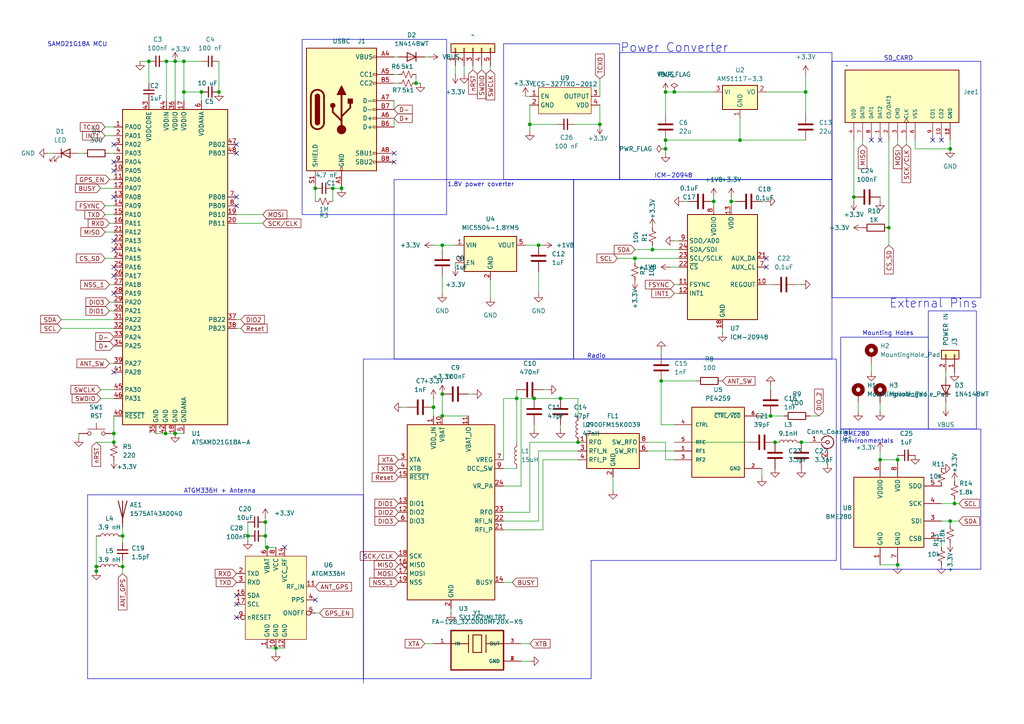
<source format=kicad_sch>
(kicad_sch (version 20231120) (generator "eeschema") (generator_version "8.0")
  (paper "A4")
  (lib_symbols
    (symbol "+3.3V_10" (power) (pin_numbers hide) (pin_names (offset 0) hide)
      (property "Value" "+3.3V_10" (at 0 3.556 0))
      (symbol "+3.3V_10_1_1"
        (pin power_in line (at 0 0 90) (length 0) hide (name "+3.3V") (number "1"))
      )
    )
    (symbol "+3.3V_5" (power) (pin_numbers hide) (pin_names (offset 0) hide)
      (property "Value" "+3.3V_5" (at 0 3.556 0))
      (symbol "+3.3V_5_1_1"
        (pin power_in line (at 0 0 90) (length 0) hide (name "+3.3V") (number "1"))
      )
    )
    (symbol "+3.3V_6" (power) (pin_numbers hide) (pin_names (offset 0) hide)
      (property "Value" "+3.3V_6" (at 0 3.556 0))
      (symbol "+3.3V_6_1_1"
        (pin power_in line (at 0 0 90) (length 0) hide (name "+3.3V") (number "1"))
      )
    )
    (symbol "+3.3V_7" (power) (pin_numbers hide) (pin_names (offset 0) hide)
      (property "Value" "+3.3V_7" (at 0 3.556 0))
      (symbol "+3.3V_7_1_1"
        (pin power_in line (at 0 0 90) (length 0) hide (name "+3.3V") (number "1"))
      )
    )
    (symbol "+3.3V_8" (power) (pin_numbers hide) (pin_names (offset 0) hide)
      (property "Value" "+3.3V_8" (at 0 3.556 0))
      (symbol "+3.3V_8_1_1"
        (pin power_in line (at 0 0 90) (length 0) hide (name "+3.3V") (number "1"))
      )
    )
    (symbol "+3.3V_9" (power) (pin_numbers hide) (pin_names (offset 0) hide)
      (property "Value" "+3.3V_9" (at 0 3.556 0))
      (symbol "+3.3V_9_1_1"
        (pin power_in line (at 0 0 90) (length 0) hide (name "+3.3V") (number "1"))
      )
    )
    (symbol "Connector:Conn_Coaxial" (pin_names (offset 1.016) hide)
      (property "Reference" "J" (at 0.254 3.048 0))
      (property "Value" "Conn_Coaxial" (at 2.921 0 90))
      (symbol "Conn_Coaxial_1_1"
        (pin passive line (at -5.08 0 0) (length 2.54) (name "In") (number "1"))
        (pin passive line (at 0 -5.08 90) (length 2.54) (name "Ext") (number "2"))
      )
    )
    (symbol "Connector:USB_C_Receptacle_USB2.0" (pin_names (offset 1.016))
      (property "Reference" "J" (at -10.16 19.05 0))
      (property "Value" "USB_C_Receptacle_USB2.0" (at 19.05 19.05 0))
      (symbol "USB_C_Receptacle_USB2.0_1_1"
        (pin passive line (at 0 -22.86 90) (length 5.08) (name "GND") (number "A1"))
        (pin passive line (at 0 -22.86 90) (length 5.08) hide (name "GND") (number "A12"))
        (pin passive line (at 15.24 15.24 180) (length 5.08) (name "VBUS") (number "A4"))
        (pin bidirectional line (at 15.24 10.16 180) (length 5.08) (name "CC1") (number "A5"))
        (pin bidirectional line (at 15.24 -2.54 180) (length 5.08) (name "D+") (number "A6"))
        (pin bidirectional line (at 15.24 2.54 180) (length 5.08) (name "D-") (number "A7"))
        (pin bidirectional line (at 15.24 -12.7 180) (length 5.08) (name "SBU1") (number "A8"))
        (pin passive line (at 15.24 15.24 180) (length 5.08) hide (name "VBUS") (number "A9"))
        (pin passive line (at 0 -22.86 90) (length 5.08) hide (name "GND") (number "B1"))
        (pin passive line (at 0 -22.86 90) (length 5.08) hide (name "GND") (number "B12"))
        (pin passive line (at 15.24 15.24 180) (length 5.08) hide (name "VBUS") (number "B4"))
        (pin bidirectional line (at 15.24 7.62 180) (length 5.08) (name "CC2") (number "B5"))
        (pin bidirectional line (at 15.24 -5.08 180) (length 5.08) (name "D+") (number "B6"))
        (pin bidirectional line (at 15.24 0 180) (length 5.08) (name "D-") (number "B7"))
        (pin bidirectional line (at 15.24 -15.24 180) (length 5.08) (name "SBU2") (number "B8"))
        (pin passive line (at 15.24 15.24 180) (length 5.08) hide (name "VBUS") (number "B9"))
        (pin passive line (at -7.62 -22.86 90) (length 5.08) (name "SHIELD") (number "S1"))
      )
    )
    (symbol "Connector_Generic:Conn_01x02" (pin_names (offset 1.016) hide)
      (property "Reference" "J" (at 0 2.54 0))
      (property "Value" "Conn_01x02" (at 0 -5.08 0))
      (symbol "Conn_01x02_1_1"
        (pin passive line (at -5.08 0 0) (length 3.81) (name "Pin_1") (number "1"))
        (pin passive line (at -5.08 -2.54 0) (length 3.81) (name "Pin_2") (number "2"))
      )
    )
    (symbol "Connector_Generic:Conn_01x05" (pin_names (offset 1.016) hide)
      (property "Reference" "J" (at 0 7.62 0))
      (property "Value" "Conn_01x05" (at 0 -7.62 0))
      (symbol "Conn_01x05_1_1"
        (pin passive line (at -5.08 5.08 0) (length 3.81) (name "Pin_1") (number "1"))
        (pin passive line (at -5.08 2.54 0) (length 3.81) (name "Pin_2") (number "2"))
        (pin passive line (at -5.08 0 0) (length 3.81) (name "Pin_3") (number "3"))
        (pin passive line (at -5.08 -2.54 0) (length 3.81) (name "Pin_4") (number "4"))
        (pin passive line (at -5.08 -5.08 0) (length 3.81) (name "Pin_5") (number "5"))
      )
    )
    (symbol "Device:Antenna" (pin_numbers hide) (pin_names (offset 1.016) hide)
      (property "Reference" "AE" (at -1.905 1.905 0))
      (property "Value" "Antenna" (at -1.905 0 0))
      (symbol "Antenna_1_1"
        (pin input line (at 0 -5.08 90) (length 2.54) (name "A") (number "1"))
      )
    )
    (symbol "Device:C" (pin_numbers hide) (pin_names (offset 0.254))
      (property "Reference" "C" (at 0.635 2.54 0))
      (property "Value" "C" (at 0.635 -2.54 0))
      (symbol "C_1_1"
        (pin passive line (at 0 3.81 270) (length 2.794) (name "~") (number "1"))
        (pin passive line (at 0 -3.81 90) (length 2.794) (name "~") (number "2"))
      )
    )
    (symbol "Device:C_Small" (pin_numbers hide) (pin_names (offset 0.254) hide)
      (property "Reference" "C" (at 0.254 1.778 0))
      (property "Value" "C_Small" (at 0.254 -2.032 0))
      (symbol "C_Small_1_1"
        (pin passive line (at 0 2.54 270) (length 2.032) (name "~") (number "1"))
        (pin passive line (at 0 -2.54 90) (length 2.032) (name "~") (number "2"))
      )
    )
    (symbol "Device:L" (pin_numbers hide) (pin_names (offset 1.016) hide)
      (property "Reference" "L" (at -1.27 0 90))
      (property "Value" "L" (at 1.905 0 90))
      (symbol "L_1_1"
        (pin passive line (at 0 3.81 270) (length 1.27) (name "1") (number "1"))
        (pin passive line (at 0 -3.81 90) (length 1.27) (name "2") (number "2"))
      )
    )
    (symbol "Device:LED" (pin_numbers hide) (pin_names (offset 1.016) hide)
      (property "Reference" "D" (at 0 2.54 0))
      (property "Value" "LED" (at 0 -2.54 0))
      (symbol "LED_1_1"
        (pin passive line (at -3.81 0 0) (length 2.54) (name "K") (number "1"))
        (pin passive line (at 3.81 0 180) (length 2.54) (name "A") (number "2"))
      )
    )
    (symbol "Device:R" (pin_numbers hide) (pin_names (offset 0))
      (property "Reference" "R" (at 2.032 0 90))
      (property "Value" "R" (at 0 0 90))
      (symbol "R_1_1"
        (pin passive line (at 0 3.81 270) (length 1.27) (name "~") (number "1"))
        (pin passive line (at 0 -3.81 90) (length 1.27) (name "~") (number "2"))
      )
    )
    (symbol "Device:R_Small_US" (pin_numbers hide) (pin_names (offset 0.254) hide)
      (property "Reference" "R" (at 0.762 0.508 0))
      (property "Value" "R_Small_US" (at 0.762 -1.016 0))
      (symbol "R_Small_US_1_1"
        (pin passive line (at 0 2.54 270) (length 1.016) (name "~") (number "1"))
        (pin passive line (at 0 -2.54 90) (length 1.016) (name "~") (number "2"))
      )
    )
    (symbol "Diode:1N4148WT" (pin_numbers hide) (pin_names hide)
      (property "Reference" "D" (at 0 2.54 0))
      (property "Value" "1N4148WT" (at 0 -2.54 0))
      (symbol "1N4148WT_1_1"
        (pin passive line (at -3.81 0 0) (length 2.54) (name "K") (number "1"))
        (pin passive line (at 3.81 0 180) (length 2.54) (name "A") (number "2"))
      )
    )
    (symbol "FA-128_32.0000MF20X-K5:FA-128_32.0000MF20X-K5" (pin_names (offset 1.016))
      (property "Reference" "Y" (at -7.6596 6.0984 0))
      (property "Value" "FA-128_32.0000MF20X-K5" (at -7.6537 -11.6516 0))
      (symbol "FA-128_32.0000MF20X-K5_0_0"
        (pin input line (at -12.7 0 0) (length 5.08) (name "IN") (number "1"))
        (pin power_in line (at 12.7 -5.08 180) (length 5.08) (name "GND") (number "2"))
        (pin output line (at 12.7 0 180) (length 5.08) (name "OUT") (number "3"))
        (pin power_in line (at 12.7 -5.08 180) (length 5.08) (name "GND") (number "4"))
      )
    )
    (symbol "Filter:0900FM15K0039"
      (property "Reference" "FL" (at -6.35 -6.35 0))
      (property "Value" "0900FM15K0039" (at 0 6.35 0))
      (symbol "0900FM15K0039_0_0"
        (pin passive line (at -10.16 2.54 0) (length 2.54) (name "RFO") (number "1"))
        (pin passive line (at 0 -7.62 90) (length 2.54) hide (name "GND") (number "10"))
        (pin power_in line (at 0 -7.62 90) (length 2.54) (name "GND") (number "2"))
        (pin passive line (at -10.16 0 0) (length 2.54) (name "RFI_N") (number "3"))
        (pin passive line (at -10.16 -2.54 0) (length 2.54) (name "RFI_P") (number "4"))
        (pin passive line (at 0 -7.62 90) (length 2.54) hide (name "GND") (number "5"))
        (pin passive line (at 10.16 0 180) (length 2.54) (name "SW_RFI") (number "6"))
        (pin passive line (at 0 -7.62 90) (length 2.54) hide (name "GND") (number "7"))
        (pin passive line (at 10.16 2.54 180) (length 2.54) (name "SW_RFO") (number "8"))
        (pin passive line (at 0 -7.62 90) (length 2.54) hide (name "GND") (number "9"))
      )
    )
    (symbol "MCU_Microchip_SAMD:ATSAMD21G18A-A"
      (property "Reference" "U4" (at 4.7341 -47.498 0))
      (property "Value" "ATSAMD21G18A-A" (at 4.7341 -50.038 0))
      (symbol "ATSAMD21G18A-A_1_1"
        (pin bidirectional line (at -17.78 40.64 0) (length 2.54) (name "PA00") (number "1"))
        (pin bidirectional line (at -17.78 27.94 0) (length 2.54) (name "PA05") (number "10"))
        (pin bidirectional line (at -17.78 25.4 0) (length 2.54) (name "PA06") (number "11"))
        (pin bidirectional line (at -17.78 22.86 0) (length 2.54) (name "PA07") (number "12"))
        (pin bidirectional line (at -17.78 20.32 0) (length 2.54) (name "PA08") (number "13"))
        (pin bidirectional line (at -17.78 17.78 0) (length 2.54) (name "PA09") (number "14"))
        (pin bidirectional line (at -17.78 15.24 0) (length 2.54) (name "PA10") (number "15"))
        (pin bidirectional line (at -17.78 12.7 0) (length 2.54) (name "PA11") (number "16"))
        (pin power_in line (at 2.54 48.26 270) (length 2.54) (name "VDDIO") (number "17"))
        (pin power_in line (at 0 -48.26 90) (length 2.54) (name "GND") (number "18"))
        (pin bidirectional line (at 17.78 15.24 180) (length 2.54) (name "PB10") (number "19"))
        (pin bidirectional line (at -17.78 38.1 0) (length 2.54) (name "PA01") (number "2"))
        (pin bidirectional line (at 17.78 12.7 180) (length 2.54) (name "PB11") (number "20"))
        (pin bidirectional line (at -17.78 10.16 0) (length 2.54) (name "PA12") (number "21"))
        (pin bidirectional line (at -17.78 7.62 0) (length 2.54) (name "PA13") (number "22"))
        (pin bidirectional line (at -17.78 5.08 0) (length 2.54) (name "PA14") (number "23"))
        (pin bidirectional line (at -17.78 2.54 0) (length 2.54) (name "PA15") (number "24"))
        (pin bidirectional line (at -17.78 0 0) (length 2.54) (name "PA16") (number "25"))
        (pin bidirectional line (at -17.78 -2.54 0) (length 2.54) (name "PA17") (number "26"))
        (pin bidirectional line (at -17.78 -5.08 0) (length 2.54) (name "PA18") (number "27"))
        (pin bidirectional line (at -17.78 -7.62 0) (length 2.54) (name "PA19") (number "28"))
        (pin bidirectional line (at -17.78 -10.16 0) (length 2.54) (name "PA20") (number "29"))
        (pin bidirectional line (at -17.78 35.56 0) (length 2.54) (name "PA02") (number "3"))
        (pin bidirectional line (at -17.78 -12.7 0) (length 2.54) (name "PA21") (number "30"))
        (pin bidirectional line (at -17.78 -15.24 0) (length 2.54) (name "PA22") (number "31"))
        (pin bidirectional line (at -17.78 -17.78 0) (length 2.54) (name "PA23") (number "32"))
        (pin bidirectional line (at -17.78 -20.32 0) (length 2.54) (name "PA24") (number "33"))
        (pin bidirectional line (at -17.78 -22.86 0) (length 2.54) (name "PA25") (number "34"))
        (pin power_in line (at -5.588 -48.26 90) (length 2.54) (name "GND") (number "35"))
        (pin power_in line (at 0 48.26 270) (length 2.54) (name "VDDIO") (number "36"))
        (pin bidirectional line (at 17.78 -15.24 180) (length 2.54) (name "PB22") (number "37"))
        (pin bidirectional line (at 17.78 -17.78 180) (length 2.54) (name "PB23") (number "38"))
        (pin bidirectional line (at -17.78 -27.94 0) (length 2.54) (name "PA27") (number "39"))
        (pin bidirectional line (at -17.78 33.02 0) (length 2.54) (name "PA03") (number "4"))
        (pin input line (at -17.78 -43.18 0) (length 2.54) (name "~{RESET}") (number "40"))
        (pin bidirectional line (at -17.78 -30.48 0) (length 2.54) (name "PA28") (number "41"))
        (pin power_in line (at -2.794 -48.26 90) (length 2.54) (name "GND") (number "42"))
        (pin power_out line (at -7.62 48.26 270) (length 2.54) (name "VDDCORE") (number "43"))
        (pin power_in line (at -2.54 48.26 270) (length 2.54) (name "VDDIN") (number "44"))
        (pin bidirectional line (at -17.78 -35.56 0) (length 2.54) (name "PA30") (number "45"))
        (pin bidirectional line (at -17.78 -38.1 0) (length 2.54) (name "PA31") (number "46"))
        (pin bidirectional line (at 17.78 35.56 180) (length 2.54) (name "PB02") (number "47"))
        (pin bidirectional line (at 17.78 33.02 180) (length 2.54) (name "PB03") (number "48"))
        (pin power_in line (at 2.54 -48.26 90) (length 2.54) (name "GNDANA") (number "5"))
        (pin power_in line (at 7.62 48.26 270) (length 2.54) (name "VDDANA") (number "6"))
        (pin bidirectional line (at 17.78 20.32 180) (length 2.54) (name "PB08") (number "7"))
        (pin bidirectional line (at 17.78 17.78 180) (length 2.54) (name "PB09") (number "8"))
        (pin bidirectional line (at -17.78 30.48 0) (length 2.54) (name "PA04") (number "9"))
      )
    )
    (symbol "MEM2061-01-188-00-A_REVA:MEM2061-01-188-00-A_REVA" (pin_names (offset 1.016))
      (property "Reference" "J" (at 0 15.2675 0))
      (property "Value" "MEM2061-01-188-00-A_REVA" (at 0 -20.3415 0))
      (symbol "MEM2061-01-188-00-A_REVA_0_0"
        (pin bidirectional line (at -5.08 5.08 0) (length 5.08) (name "DAT2") (number "1"))
        (pin passive line (at -5.08 -12.7 0) (length 5.08) (name "CD2") (number "10"))
        (pin power_in line (at -5.08 -15.24 0) (length 5.08) (name "GND") (number "11"))
        (pin power_in line (at -5.08 -15.24 0) (length 5.08) (name "GND") (number "12"))
        (pin bidirectional line (at -5.08 2.54 0) (length 5.08) (name "CD/DAT3") (number "2"))
        (pin bidirectional line (at -5.08 0 0) (length 5.08) (name "CMD") (number "3"))
        (pin power_in line (at -5.08 12.7 0) (length 5.08) (name "VDD") (number "4"))
        (pin bidirectional clock (at -5.08 -2.54 0) (length 5.08) (name "CLK") (number "5"))
        (pin power_in line (at -5.08 -5.08 0) (length 5.08) (name "VSS") (number "6"))
        (pin bidirectional line (at -5.08 10.16 0) (length 5.08) (name "DAT0") (number "7"))
        (pin bidirectional line (at -5.08 7.62 0) (length 5.08) (name "DAT1") (number "8"))
        (pin passive line (at -5.08 -10.16 0) (length 5.08) (name "CD1") (number "9"))
      )
    )
    (symbol "Mechanical:MountingHole_Pad" (pin_numbers hide) (pin_names (offset 1.016) hide) (exclude_from_sim yes) (in_bom no)
      (property "Reference" "H" (at 0 6.35 0))
      (property "Value" "MountingHole_Pad" (at 0 4.445 0))
      (symbol "MountingHole_Pad_1_1"
        (pin input line (at 0 -2.54 90) (length 2.54) (name "1") (number "1"))
      )
    )
    (symbol "Oscillator:ATXK-H11-E-32.768KHZ-E50-T3"
      (property "Reference" "U9" (at 0 1.524 0))
      (property "Value" "ECS-327TXO-2012" (at 0 -0.254 0))
      (symbol "ATXK-H11-E-32.768KHZ-E50-T3_1_1"
        (pin input line (at -10.16 -3.81 0) (length 2.54) (name "EN") (number "1"))
        (pin power_in line (at -10.16 -6.35 0) (length 2.54) (name "GND") (number "2"))
        (pin power_out line (at 10.16 -3.81 180) (length 2.54) (name "OUTPUT") (number "3"))
        (pin power_in line (at 10.16 -6.35 180) (length 2.54) (name "VDD") (number "4"))
      )
    )
    (symbol "PE4259:PE4259" (pin_names (offset 1.016))
      (property "Reference" "U1" (at 0 15.24 0))
      (property "Value" "PE4259" (at 0 12.7 0))
      (symbol "PE4259_0_0"
        (pin passive line (at -12.7 -2.54 0) (length 5.08) (name "RF1") (number "1"))
        (pin power_in line (at 12.7 -7.62 180) (length 5.08) (name "GND") (number "2"))
        (pin passive line (at -12.7 -5.08 0) (length 5.08) (name "RF2") (number "3"))
        (pin input line (at -12.7 5.08 0) (length 5.08) (name "CTRL") (number "4"))
        (pin passive line (at -12.7 0 0) (length 5.08) (name "RFC") (number "5"))
      )
      (symbol "PE4259_1_0"
        (pin output line (at 12.7 7.62 180) (length 5.08) (name "~{CTRL}/~{VDD}") (number "6"))
      )
    )
    (symbol "RF:SX1262IMLTRT"
      (property "Reference" "U" (at 13.97 24.13 0))
      (property "Value" "SX1262IMLTRT" (at 13.97 21.59 0))
      (symbol "SX1262IMLTRT_1_1"
        (pin power_in line (at -5.08 27.94 270) (length 2.54) (name "VDD_IN") (number "1"))
        (pin power_in line (at -2.54 27.94 270) (length 2.54) (name "VBAT") (number "10"))
        (pin power_in line (at 5.08 27.94 270) (length 2.54) (name "VBAT_IO") (number "11"))
        (pin bidirectional line (at -15.24 0 0) (length 2.54) (name "DIO2") (number "12"))
        (pin bidirectional line (at -15.24 2.54 0) (length 2.54) (name "DIO1") (number "13"))
        (pin output line (at 15.24 -20.32 180) (length 2.54) (name "BUSY") (number "14"))
        (pin input line (at -15.24 10.16 0) (length 2.54) (name "~{RESET}") (number "15"))
        (pin tri_state inverted (at -15.24 -15.24 0) (length 2.54) (name "MISO") (number "16"))
        (pin input line (at -15.24 -17.78 0) (length 2.54) (name "MOSI") (number "17"))
        (pin input line (at -15.24 -12.7 0) (length 2.54) (name "SCK") (number "18"))
        (pin input line (at -15.24 -20.32 0) (length 2.54) (name "NSS") (number "19"))
        (pin power_in line (at 0 -27.94 90) (length 2.54) (name "GND") (number "2"))
        (pin passive line (at 0 -27.94 90) (length 2.54) hide (name "GND") (number "20"))
        (pin input line (at 15.24 -5.08 180) (length 2.54) (name "RFI_P") (number "21"))
        (pin input line (at 15.24 -2.54 180) (length 2.54) (name "RFI_N") (number "22"))
        (pin output line (at 15.24 0 180) (length 2.54) (name "RFO") (number "23"))
        (pin power_out line (at 15.24 7.62 180) (length 2.54) (name "VR_PA") (number "24"))
        (pin passive line (at 0 -27.94 90) (length 2.54) hide (name "GND") (number "25"))
        (pin bidirectional line (at -15.24 15.24 0) (length 2.54) (name "XTA") (number "3"))
        (pin bidirectional line (at -15.24 12.7 0) (length 2.54) (name "XTB") (number "4"))
        (pin passive line (at 0 -27.94 90) (length 2.54) hide (name "GND") (number "5"))
        (pin bidirectional line (at -15.24 -2.54 0) (length 2.54) (name "DIO3") (number "6"))
        (pin power_out line (at 15.24 15.24 180) (length 2.54) (name "VREG") (number "7"))
        (pin passive line (at 0 -27.94 90) (length 2.54) hide (name "GND") (number "8"))
        (pin power_out line (at 15.24 12.7 180) (length 2.54) (name "DCC_SW") (number "9"))
      )
    )
    (symbol "RF_GPS_Extended:ATGM336H"
      (property "Reference" "U2" (at 15.24 8.8586 0))
      (property "Value" "ATGM336H" (at 15.24 6.3186 0))
      (symbol "ATGM336H_1_1"
        (pin input line (at -2.54 -15.24 90) (length 2.54) (name "GND") (number "1"))
        (pin input line (at 0 -15.24 90) (length 2.54) (name "GND") (number "10"))
        (pin input line (at 11.43 2.54 180) (length 2.54) (name "RF_IN") (number "11"))
        (pin input line (at 2.54 -15.24 90) (length 2.54) (name "GND") (number "12"))
        (pin no_connect line (at 25.4 12.7 180) (length 2.54) hide (name "NC") (number "13"))
        (pin input line (at 2.54 13.97 270) (length 2.54) (name "VCC_RF") (number "14"))
        (pin no_connect line (at 25.4 10.16 180) (length 2.54) hide (name "NC") (number "15"))
        (pin input line (at -11.43 0 0) (length 2.54) (name "SDA") (number "16"))
        (pin input line (at -11.43 -2.54 0) (length 2.54) (name "SCL") (number "17"))
        (pin no_connect line (at 25.4 7.62 180) (length 2.54) hide (name "NC") (number "18"))
        (pin input line (at -11.43 6.35 0) (length 2.54) (name "TXD") (number "2"))
        (pin input line (at -11.43 3.81 0) (length 2.54) (name "RXD") (number "3"))
        (pin input line (at 11.43 -1.27 180) (length 2.54) (name "PPS") (number "4"))
        (pin input inverted (at 11.43 -5.08 180) (length 2.54) (name "ONOFF") (number "5"))
        (pin input line (at -2.54 13.97 270) (length 2.54) (name "VBAT") (number "6"))
        (pin no_connect line (at 25.4 15.24 180) (length 2.54) hide (name "NC") (number "7"))
        (pin input line (at 0 13.97 270) (length 2.54) (name "VCC") (number "8"))
        (pin input inverted (at -11.43 -6.35 0) (length 2.54) (name "nRESET") (number "9"))
      )
    )
    (symbol "Regulator_Linear:AMS1117-3.3"
      (property "Reference" "U" (at -3.81 3.175 0))
      (property "Value" "AMS1117-3.3" (at 0 3.175 0))
      (symbol "AMS1117-3.3_1_1"
        (pin power_in line (at 0 -7.62 90) (length 2.54) (name "GND") (number "1"))
        (pin power_out line (at 7.62 0 180) (length 2.54) (name "VO") (number "2"))
        (pin power_in line (at -7.62 0 0) (length 2.54) (name "VI") (number "3"))
      )
    )
    (symbol "Regulator_Linear:MIC5504-1.8YM5"
      (property "Reference" "U" (at -7.62 8.89 0))
      (property "Value" "MIC5504-1.8YM5" (at -7.62 6.35 0))
      (symbol "MIC5504-1.8YM5_1_1"
        (pin power_in line (at -10.16 2.54 0) (length 2.54) (name "VIN") (number "1"))
        (pin power_in line (at 0 -7.62 90) (length 2.54) (name "GND") (number "2"))
        (pin input line (at -10.16 -2.54 0) (length 2.54) (name "EN") (number "3"))
        (pin no_connect line (at 7.62 -2.54 180) (length 2.54) hide (name "NC") (number "4"))
        (pin power_out line (at 10.16 2.54 180) (length 2.54) (name "VOUT") (number "5"))
      )
    )
    (symbol "Sensor:BME280"
      (property "Reference" "U" (at -8.89 11.43 0))
      (property "Value" "BME280" (at 7.62 11.43 0))
      (symbol "BME280_1_1"
        (pin power_in line (at -2.54 -15.24 90) (length 5.08) (name "GND") (number "1"))
        (pin input line (at 15.24 -7.62 180) (length 5.08) (name "CSB") (number "2"))
        (pin bidirectional line (at 15.24 -2.54 180) (length 5.08) (name "SDI") (number "3"))
        (pin input line (at 15.24 2.54 180) (length 5.08) (name "SCK") (number "4"))
        (pin bidirectional line (at 15.24 7.62 180) (length 5.08) (name "SDO") (number "5"))
        (pin power_in line (at -2.54 15.24 270) (length 5.08) (name "VDDIO") (number "6"))
        (pin power_in line (at 2.54 -15.24 90) (length 5.08) (name "GND") (number "7"))
        (pin power_in line (at 2.54 15.24 270) (length 5.08) (name "VDD") (number "8"))
      )
    )
    (symbol "Sensor_Motion:ICM-20948"
      (property "Reference" "U" (at -11.43 16.51 0))
      (property "Value" "ICM-20948" (at 7.62 -16.51 0))
      (symbol "ICM-20948_1_1"
        (pin no_connect line (at -10.16 12.7 0) (length 2.54) hide (name "NC") (number "1"))
        (pin passive line (at 12.7 -5.08 180) (length 2.54) (name "REGOUT") (number "10"))
        (pin input line (at -12.7 -5.08 0) (length 2.54) (name "FSYNC") (number "11"))
        (pin output line (at -12.7 -7.62 0) (length 2.54) (name "INT1") (number "12"))
        (pin power_in line (at 2.54 17.78 270) (length 2.54) (name "VDD") (number "13"))
        (pin no_connect line (at 10.16 7.62 180) (length 2.54) hide (name "NC") (number "14"))
        (pin no_connect line (at 10.16 5.08 180) (length 2.54) hide (name "NC") (number "15"))
        (pin no_connect line (at 10.16 -7.62 180) (length 2.54) hide (name "NC") (number "16"))
        (pin no_connect line (at 10.16 -10.16 180) (length 2.54) hide (name "NC") (number "17"))
        (pin power_in line (at 0 -17.78 90) (length 2.54) (name "GND") (number "18"))
        (pin no_connect line (at 10.16 -12.7 180) (length 2.54) hide (name "RESV") (number "19"))
        (pin no_connect line (at -10.16 10.16 0) (length 2.54) hide (name "NC") (number "2"))
        (pin passive line (at 0 -17.78 90) (length 2.54) hide (name "GND") (number "20"))
        (pin bidirectional line (at 12.7 2.54 180) (length 2.54) (name "AUX_DA") (number "21"))
        (pin input line (at -12.7 0 0) (length 2.54) (name "~{CS}") (number "22"))
        (pin input line (at -12.7 2.54 0) (length 2.54) (name "SCL/SCLK") (number "23"))
        (pin bidirectional line (at -12.7 5.08 0) (length 2.54) (name "SDA/SDI") (number "24"))
        (pin no_connect line (at -10.16 -2.54 0) (length 2.54) hide (name "NC") (number "3"))
        (pin no_connect line (at -10.16 -10.16 0) (length 2.54) hide (name "NC") (number "4"))
        (pin no_connect line (at -10.16 -12.7 0) (length 2.54) hide (name "NC") (number "5"))
        (pin no_connect line (at 10.16 10.16 180) (length 2.54) hide (name "NC") (number "6"))
        (pin output line (at 12.7 0 180) (length 2.54) (name "AUX_CL") (number "7"))
        (pin power_in line (at -2.54 17.78 270) (length 2.54) (name "VDDIO") (number "8"))
        (pin bidirectional line (at -12.7 7.62 0) (length 2.54) (name "SDO/AD0") (number "9"))
      )
    )
    (symbol "Switch:SW_Push" (pin_numbers hide) (pin_names (offset 1.016) hide)
      (property "Reference" "SW" (at 1.27 2.54 0))
      (property "Value" "SW_Push" (at 0 -1.524 0))
      (symbol "SW_Push_0_1"
        (pin passive line (at -5.08 0 0) (length 2.54) (name "1") (number "1"))
        (pin passive line (at 5.08 0 180) (length 2.54) (name "2") (number "2"))
      )
    )
    (symbol "power:+1V8" (power) (pin_numbers hide) (pin_names (offset 0) hide)
      (property "Value" "+1V8" (at 0 3.556 0))
      (symbol "+1V8_1_1"
        (pin power_in line (at 0 0 90) (length 0) (name "~") (number "1"))
      )
    )
    (symbol "power:+3.3V" (power) (pin_numbers hide) (pin_names (offset 0) hide)
      (property "Value" "+3.3V" (at 0 3.556 0))
      (symbol "+3.3V_1_1"
        (pin power_in line (at 0 0 90) (length 0) (name "~") (number "1"))
      )
    )
    (symbol "power:GND" (power) (pin_numbers hide) (pin_names (offset 0) hide)
      (property "Value" "GND" (at 0 -3.81 0))
      (symbol "GND_1_1"
        (pin power_in line (at 0 0 270) (length 0) (name "~") (number "1"))
      )
    )
    (symbol "power:PWR_FLAG" (power) (pin_numbers hide) (pin_names (offset 0) hide)
      (property "Value" "PWR_FLAG" (at 0 3.81 0))
      (symbol "PWR_FLAG_0_0"
        (pin power_out line (at 0 0 90) (length 0) (name "~") (number "1"))
      )
    )
    (symbol "power:VBUS" (power) (pin_numbers hide) (pin_names (offset 0) hide)
      (property "Value" "VBUS" (at 0 3.556 0))
      (symbol "VBUS_1_1"
        (pin power_in line (at 0 0 90) (length 0) (name "~") (number "1"))
      )
    )
  )
  (junction (at 77.47 158.75))
  (junction (at 43.18 17.78))
  (junction (at 162.56 115.57))
  (junction (at 153.67 36.068))
  (junction (at 223.52 120.65))
  (junction (at 120.65 24.13))
  (junction (at 189.23 72.39))
  (junction (at 275.59 43.18))
  (junction (at 156.21 71.12))
  (junction (at 76.962 151.4226))
  (junction (at 154.94 115.57))
  (junction (at 212.09 58.42))
  (junction (at 128.27 120.65))
  (junction (at 191.77 110.49))
  (junction (at 80.01 187.96))
  (junction (at 255.27 133.35))
  (junction (at 50.8 17.78))
  (junction (at 96.52 54.61))
  (junction (at 48.26 17.78))
  (junction (at 71.882 155.448))
  (junction (at 260.35 163.83))
  (junction (at 173.99 36.068))
  (junction (at 128.27 114.3))
  (junction (at 214.63 40.64))
  (junction (at 167.64 128.27))
  (junction (at 233.68 26.67))
  (junction (at 193.04 40.64))
  (junction (at 33.02 125.73))
  (junction (at 207.01 58.42))
  (junction (at 53.34 17.78))
  (junction (at 247.65 57.15))
  (junction (at 48.006 125.73))
  (junction (at 125.73 118.11))
  (junction (at 76.962 155.448))
  (junction (at 224.79 128.27))
  (junction (at 99.06 54.61))
  (junction (at 50.8 125.73))
  (junction (at 35.56 155.448))
  (junction (at 193.04 43.18))
  (junction (at 184.15 74.93))
  (junction (at 275.59 151.13))
  (junction (at 35.56 164.338))
  (junction (at 27.94 165.6396))
  (junction (at 33.02 128.27))
  (junction (at 276.86 146.05))
  (junction (at 193.04 26.67))
  (junction (at 232.41 128.27))
  (junction (at 91.44 54.61))
  (junction (at 53.34 26.67))
  (junction (at 195.58 26.67))
  (junction (at 260.35 133.35))
  (junction (at 257.81 66.04))
  (junction (at 27.94 164.338))
  (junction (at 58.42 26.67))
  (junction (at 128.27 71.12))
  (junction (at 63.5 26.67))
  (junction (at 149.86 115.57))
  (no_connect (at 114.3 44.45))
  (no_connect (at 68.58 59.69))
  (no_connect (at 82.55 158.75))
  (no_connect (at 33.02 85.09))
  (no_connect (at 222.25 74.93))
  (no_connect (at 68.58 175.26))
  (no_connect (at 33.02 69.85))
  (no_connect (at 252.73 40.64))
  (no_connect (at 91.44 173.99))
  (no_connect (at 222.25 77.47))
  (no_connect (at 270.51 40.64))
  (no_connect (at 68.58 44.45))
  (no_connect (at 33.02 57.15))
  (no_connect (at 68.58 172.72))
  (no_connect (at 68.58 41.91))
  (no_connect (at 114.3 46.99))
  (no_connect (at 33.02 77.47))
  (no_connect (at 33.02 49.53))
  (no_connect (at 68.58 57.15))
  (no_connect (at 68.58 179.07))
  (no_connect (at 33.02 41.91))
  (no_connect (at 33.02 80.01))
  (no_connect (at 273.05 40.64))
  (no_connect (at 255.27 40.64))
  (no_connect (at 33.02 72.39))
  (no_connect (at 33.02 107.95))
  (no_connect (at 33.02 46.99))
  (wire (pts (xy 257.81 40.64) (xy 257.81 66.04)))
  (wire (pts (xy 275.59 40.64) (xy 275.59 43.18)))
  (wire (pts (xy 255.27 58.42) (xy 255.27 57.15)))
  (wire (pts (xy 212.09 57.15) (xy 212.09 58.42)))
  (wire (pts (xy 195.58 82.55) (xy 196.85 82.55)))
  (wire (pts (xy 30.48 59.69) (xy 33.02 59.69)))
  (wire (pts (xy 31.75 105.41) (xy 33.02 105.41)))
  (wire (pts (xy 128.27 71.12) (xy 128.27 72.39)))
  (wire (pts (xy 262.89 40.64) (xy 262.89 41.91)))
  (wire (pts (xy 35.56 164.338) (xy 35.56 166.37)))
  (wire (pts (xy 31.75 52.07) (xy 33.02 52.07)))
  (wire (pts (xy 77.47 187.96) (xy 80.01 187.96)))
  (wire (pts (xy 220.98 58.42) (xy 222.25 58.42)))
  (wire (pts (xy 191.77 110.49) (xy 191.77 123.19)))
  (wire (pts (xy 22.86 125.73) (xy 22.86 127)))
  (wire (pts (xy 149.86 113.03) (xy 149.86 115.57)))
  (wire (pts (xy 114.3 16.51) (xy 115.57 16.51)))
  (wire (pts (xy 275.59 151.13) (xy 278.13 151.13)))
  (wire (pts (xy 130.81 176.53) (xy 130.81 177.8)))
  (polyline (pts (xy 242.57 162.56) (xy 171.45 162.56)))
  (wire (pts (xy 76.962 151.4226) (xy 76.962 155.448)))
  (wire (pts (xy 276.86 146.05) (xy 273.05 146.05)))
  (wire (pts (xy 31.75 82.55) (xy 33.02 82.55)))
  (wire (pts (xy 260.35 132.08) (xy 260.35 133.35)))
  (wire (pts (xy 193.04 40.64) (xy 214.63 40.64)))
  (wire (pts (xy 33.02 125.73) (xy 33.02 120.65)))
  (wire (pts (xy 134.62 19.05) (xy 134.62 21.59)))
  (wire (pts (xy 53.34 17.78) (xy 58.42 17.78)))
  (wire (pts (xy 274.32 107.95) (xy 274.32 109.22)))
  (wire (pts (xy 161.544 36.068) (xy 153.67 36.068)))
  (wire (pts (xy 125.73 118.11) (xy 125.73 120.65)))
  (wire (pts (xy 137.16 19.05) (xy 137.16 20.32)))
  (wire (pts (xy 29.21 113.03) (xy 33.02 113.03)))
  (wire (pts (xy 135.89 114.3) (xy 137.16 114.3)))
  (wire (pts (xy 212.09 58.42) (xy 213.36 58.42)))
  (wire (pts (xy 71.882 156.718) (xy 71.882 155.448)))
  (wire (pts (xy 128.27 114.3) (xy 128.27 120.65)))
  (wire (pts (xy 139.7 19.05) (xy 139.7 20.32)))
  (wire (pts (xy 162.56 115.57) (xy 167.64 115.57)))
  (wire (pts (xy 223.52 120.65) (xy 220.98 120.65)))
  (wire (pts (xy 193.04 128.27) (xy 193.04 133.35)))
  (wire (pts (xy 276.86 146.05) (xy 276.86 144.78)))
  (wire (pts (xy 146.05 153.67) (xy 157.48 153.67)))
  (wire (pts (xy 53.34 29.21) (xy 53.34 26.67)))
  (wire (pts (xy 31.75 44.45) (xy 33.02 44.45)))
  (wire (pts (xy 255.27 133.35) (xy 260.35 133.35)))
  (wire (pts (xy 91.44 58.42) (xy 91.44 54.61)))
  (wire (pts (xy 50.8 17.78) (xy 53.34 17.78)))
  (wire (pts (xy 191.77 101.6) (xy 191.77 102.87)))
  (wire (pts (xy 247.65 40.64) (xy 247.65 57.15)))
  (polyline (pts (xy 242.57 104.14) (xy 242.57 162.56)))
  (wire (pts (xy 31.75 87.63) (xy 33.02 87.63)))
  (wire (pts (xy 96.52 54.61) (xy 99.06 54.61)))
  (wire (pts (xy 80.01 189.23) (xy 80.01 187.96)))
  (wire (pts (xy 260.35 40.64) (xy 260.35 41.91)))
  (wire (pts (xy 30.48 62.23) (xy 33.02 62.23)))
  (wire (pts (xy 222.25 26.67) (xy 233.68 26.67)))
  (wire (pts (xy 146.05 168.91) (xy 148.59 168.91)))
  (wire (pts (xy 199.39 58.42) (xy 198.12 58.42)))
  (wire (pts (xy 187.96 128.27) (xy 193.04 128.27)))
  (wire (pts (xy 209.55 95.25) (xy 209.55 96.52)))
  (wire (pts (xy 275.59 151.13) (xy 275.59 152.4)))
  (wire (pts (xy 146.05 148.59) (xy 153.67 148.59)))
  (wire (pts (xy 156.21 78.74) (xy 156.21 85.09)))
  (wire (pts (xy 156.21 71.12) (xy 157.48 71.12)))
  (wire (pts (xy 250.19 40.64) (xy 250.19 41.91)))
  (wire (pts (xy 71.882 155.448) (xy 71.882 151.4226)))
  (wire (pts (xy 76.962 151.4226) (xy 76.887 151.4226)))
  (wire (pts (xy 214.63 34.29) (xy 214.63 40.64)))
  (wire (pts (xy 184.15 74.93) (xy 196.85 74.93)))
  (wire (pts (xy 50.8 17.78) (xy 50.8 29.21)))
  (wire (pts (xy 45.212 125.73) (xy 48.006 125.73)))
  (wire (pts (xy 146.05 140.97) (xy 151.13 140.97)))
  (wire (pts (xy 153.67 128.27) (xy 167.64 128.27)))
  (wire (pts (xy 214.63 40.64) (xy 233.68 40.64)))
  (wire (pts (xy 132.08 19.05) (xy 132.08 21.59)))
  (wire (pts (xy 153.67 186.69) (xy 151.13 186.69)))
  (wire (pts (xy 114.3 21.59) (xy 115.57 21.59)))
  (wire (pts (xy 195.58 128.27) (xy 217.17 128.27)))
  (wire (pts (xy 35.56 152.908) (xy 35.56 155.448)))
  (wire (pts (xy 212.09 58.42) (xy 212.09 59.69)))
  (wire (pts (xy 167.64 115.57) (xy 167.64 120.65)))
  (wire (pts (xy 189.23 72.39) (xy 189.23 71.12)))
  (wire (pts (xy 194.31 77.47) (xy 196.85 77.47)))
  (wire (pts (xy 278.13 146.05) (xy 276.86 146.05)))
  (wire (pts (xy 195.58 123.19) (xy 191.77 123.19)))
  (wire (pts (xy 92.71 177.8) (xy 91.44 177.8)))
  (polyline (pts (xy 105.41 196.85) (xy 171.45 196.85)))
  (wire (pts (xy 233.68 26.67) (xy 233.68 33.02)))
  (wire (pts (xy 274.32 118.11) (xy 274.32 116.84)))
  (wire (pts (xy 146.05 151.13) (xy 156.21 151.13)))
  (polyline (pts (xy 105.41 104.14) (xy 242.57 104.14)))
  (wire (pts (xy 146.05 135.89) (xy 149.86 135.89)))
  (wire (pts (xy 153.67 30.48) (xy 153.67 36.068)))
  (wire (pts (xy 177.8 138.43) (xy 177.8 142.24)))
  (wire (pts (xy 128.27 120.65) (xy 135.89 120.65)))
  (wire (pts (xy 27.94 165.6396) (xy 27.94 164.338)))
  (wire (pts (xy 146.05 115.57) (xy 149.86 115.57)))
  (wire (pts (xy 152.4 27.94) (xy 153.67 27.94)))
  (wire (pts (xy 153.67 148.59) (xy 153.67 128.27)))
  (wire (pts (xy 128.27 85.09) (xy 128.27 80.01)))
  (wire (pts (xy 247.65 57.15) (xy 247.65 58.42)))
  (wire (pts (xy 35.56 155.448) (xy 35.56 157.48)))
  (wire (pts (xy 53.34 26.67) (xy 58.42 26.67)))
  (wire (pts (xy 123.19 16.51) (xy 124.46 16.51)))
  (wire (pts (xy 132.08 76.2) (xy 132.08 77.47)))
  (wire (pts (xy 255.27 163.83) (xy 260.35 163.83)))
  (wire (pts (xy 231.14 82.55) (xy 232.41 82.55)))
  (wire (pts (xy 207.01 26.67) (xy 195.58 26.67)))
  (wire (pts (xy 265.43 43.18) (xy 275.59 43.18)))
  (wire (pts (xy 255.27 130.81) (xy 255.27 133.35)))
  (wire (pts (xy 68.58 95.25) (xy 69.85 95.25)))
  (wire (pts (xy 207.01 58.42) (xy 207.01 59.69)))
  (wire (pts (xy 233.68 21.59) (xy 233.68 26.67)))
  (wire (pts (xy 30.48 36.83) (xy 33.02 36.83)))
  (wire (pts (xy 68.58 92.71) (xy 69.85 92.71)))
  (wire (pts (xy 120.65 21.59) (xy 120.65 24.13)))
  (wire (pts (xy 187.96 130.81) (xy 195.58 130.81)))
  (wire (pts (xy 115.57 24.13) (xy 114.3 24.13)))
  (wire (pts (xy 43.18 24.13) (xy 43.18 17.78)))
  (wire (pts (xy 173.99 30.48) (xy 173.99 36.068)))
  (wire (pts (xy 223.52 111.76) (xy 223.52 113.03)))
  (wire (pts (xy 248.92 116.84) (xy 248.92 119.38)))
  (wire (pts (xy 207.01 57.15) (xy 207.01 58.42)))
  (wire (pts (xy 35.56 162.56) (xy 35.56 164.338)))
  (wire (pts (xy 63.5 17.78) (xy 63.5 26.67)))
  (wire (pts (xy 195.58 69.85) (xy 196.85 69.85)))
  (wire (pts (xy 157.48 133.35) (xy 167.64 133.35)))
  (wire (pts (xy 234.95 120.65) (xy 237.49 120.65)))
  (wire (pts (xy 22.86 44.45) (xy 24.13 44.45)))
  (wire (pts (xy 96.52 54.61) (xy 96.52 58.42)))
  (wire (pts (xy 154.94 115.57) (xy 162.56 115.57)))
  (wire (pts (xy 227.33 120.65) (xy 223.52 120.65)))
  (wire (pts (xy 30.48 39.37) (xy 33.02 39.37)))
  (wire (pts (xy 80.01 187.96) (xy 82.55 187.96)))
  (wire (pts (xy 48.26 17.78) (xy 48.26 29.21)))
  (wire (pts (xy 157.48 153.67) (xy 157.48 133.35)))
  (wire (pts (xy 232.41 128.27) (xy 234.95 128.27)))
  (wire (pts (xy 193.04 43.18) (xy 193.04 40.64)))
  (wire (pts (xy 31.75 64.77) (xy 33.02 64.77)))
  (wire (pts (xy 220.98 135.89) (xy 220.98 138.43)))
  (wire (pts (xy 68.58 62.23) (xy 76.2 62.23)))
  (wire (pts (xy 29.21 54.61) (xy 33.02 54.61)))
  (wire (pts (xy 77.47 158.75) (xy 80.01 158.75)))
  (wire (pts (xy 195.58 26.67) (xy 193.04 26.67)))
  (wire (pts (xy 156.21 151.13) (xy 156.21 130.81)))
  (wire (pts (xy 114.3 29.21) (xy 114.3 31.75)))
  (wire (pts (xy 255.27 116.84) (xy 255.27 119.38)))
  (wire (pts (xy 114.3 34.29) (xy 114.3 36.83)))
  (wire (pts (xy 125.73 118.11) (xy 125.73 115.57)))
  (wire (pts (xy 17.78 95.25) (xy 33.02 95.25)))
  (polyline (pts (xy 105.41 198.12) (xy 105.41 104.14)))
  (wire (pts (xy 149.86 115.57) (xy 149.86 128.27)))
  (wire (pts (xy 142.24 81.28) (xy 142.24 86.36)))
  (wire (pts (xy 146.05 115.57) (xy 146.05 133.35)))
  (wire (pts (xy 240.03 133.35) (xy 240.03 134.62)))
  (wire (pts (xy 58.42 26.67) (xy 58.42 29.21)))
  (wire (pts (xy 142.24 19.05) (xy 142.24 20.32)))
  (wire (pts (xy 173.99 22.86) (xy 173.99 27.94)))
  (wire (pts (xy 27.94 128.27) (xy 33.02 128.27)))
  (wire (pts (xy 76.962 158.75) (xy 77.47 158.75)))
  (wire (pts (xy 151.13 115.57) (xy 154.94 115.57)))
  (wire (pts (xy 222.25 82.55) (xy 223.52 82.55)))
  (wire (pts (xy 184.15 72.39) (xy 189.23 72.39)))
  (wire (pts (xy 184.15 74.93) (xy 184.15 76.2)))
  (wire (pts (xy 48.26 17.78) (xy 50.8 17.78)))
  (wire (pts (xy 128.27 71.12) (xy 132.08 71.12)))
  (wire (pts (xy 166.624 36.068) (xy 173.99 36.068)))
  (wire (pts (xy 48.006 125.73) (xy 50.8 125.73)))
  (wire (pts (xy 156.21 71.12) (xy 152.4 71.12)))
  (wire (pts (xy 121.92 24.13) (xy 120.65 24.13)))
  (wire (pts (xy 71.882 151.4226) (xy 71.807 151.4226)))
  (wire (pts (xy 153.67 36.068) (xy 153.67 38.1)))
  (wire (pts (xy 50.8 125.73) (xy 53.34 125.73)))
  (wire (pts (xy 116.84 118.11) (xy 118.11 118.11)))
  (wire (pts (xy 201.93 110.49) (xy 191.77 110.49)))
  (wire (pts (xy 157.48 113.03) (xy 158.75 113.03)))
  (wire (pts (xy 189.23 72.39) (xy 196.85 72.39)))
  (wire (pts (xy 17.78 92.71) (xy 33.02 92.71)))
  (wire (pts (xy 193.04 44.45) (xy 193.04 43.18)))
  (wire (pts (xy 30.48 74.93) (xy 33.02 74.93)))
  (wire (pts (xy 156.21 130.81) (xy 167.64 130.81)))
  (wire (pts (xy 53.34 17.78) (xy 53.34 26.67)))
  (wire (pts (xy 273.05 151.13) (xy 275.59 151.13)))
  (wire (pts (xy 252.73 105.41) (xy 252.73 107.95)))
  (wire (pts (xy 30.48 67.31) (xy 33.02 67.31)))
  (wire (pts (xy 265.43 40.64) (xy 265.43 43.18)))
  (wire (pts (xy 193.04 26.67) (xy 193.04 33.02)))
  (wire (pts (xy 29.21 115.57) (xy 33.02 115.57)))
  (wire (pts (xy 33.02 125.73) (xy 33.02 128.27)))
  (wire (pts (xy 27.9242 165.6396) (xy 27.94 165.6396)))
  (wire (pts (xy 257.81 66.04) (xy 257.81 71.12)))
  (wire (pts (xy 123.19 186.69) (xy 125.73 186.69)))
  (wire (pts (xy 13.97 44.45) (xy 15.24 44.45)))
  (wire (pts (xy 76.962 155.448) (xy 76.962 158.75)))
  (wire (pts (xy 193.04 133.35) (xy 195.58 133.35)))
  (wire (pts (xy 195.58 85.09) (xy 196.85 85.09)))
  (wire (pts (xy 179.07 74.93) (xy 184.15 74.93)))
  (wire (pts (xy 68.58 64.77) (xy 76.2 64.77)))
  (wire (pts (xy 31.75 90.17) (xy 33.02 90.17)))
  (wire (pts (xy 162.56 123.19) (xy 162.56 124.46)))
  (wire (pts (xy 27.94 155.448) (xy 27.94 164.338)))
  (polyline (pts (xy 171.45 162.56) (xy 171.45 196.85)))
  (wire (pts (xy 76.962 150.114) (xy 76.962 151.4226)))
  (wire (pts (xy 125.73 71.12) (xy 128.27 71.12)))
  (wire (pts (xy 273.05 158.75) (xy 273.05 156.21)))
  (wire (pts (xy 154.94 123.19) (xy 154.94 124.46)))
  (wire (pts (xy 151.13 191.77) (xy 153.67 191.77)))
  (wire (pts (xy 40.64 17.78) (xy 43.18 17.78)))
  (wire (pts (xy 151.13 140.97) (xy 151.13 115.57)))
  (wire (pts (xy 173.99 36.068) (xy 173.99 36.322)))
  (rectangle (start 87.63 11.43) (end 129.54 62.23))
  (rectangle (start 179.705 15.24) (end 241.3 52.07))
  (rectangle (start 241.3 17.78) (end 284.48 86.36))
  (rectangle (start 269.24 90.17) (end 283.21 124.46))
  (rectangle (start 114.3 52.07) (end 166.37 104.14))
  (rectangle (start 25.4 143.51) (end 105.41 196.85))
  (rectangle (start 243.84 97.79) (end 269.24 124.46))
  (rectangle (start 166.37 52.07) (end 241.3 104.14))
  (rectangle (start 243.84 124.46) (end 284.48 165.1))
  (rectangle (start 146.05 12.7) (end 179.705 52.07))
  (text "Mounting Holes" (at 257.556 96.774 0) (effects (font (size 1.27 1.27))))
  (text "BME280\nEnvironmentals" (at 244.602 128.778 0) (effects (font (size 1.27 1.27)) (justify left bottom)))
  (text "1.8V power coverter" (at 139.446 53.594 0) (effects (font (size 1.27 1.27))))
  (text "ATGM336H + Antenna" (at 63.754 142.494 0) (effects (font (size 1.27 1.27))))
  (text "ICM-20948" (at 195.326 51.054 0) (effects (font (size 1.27 1.27))))
  (text "External Pins" (at 270.764 88.138 0) (effects (font (size 2.54 2.54))))
  (text "Power Converter" (at 195.58 13.97 0) (effects (font (size 2.54 2.54))))
  (text "SAMD21G18A MCU\n\n" (at 13.716 15.748 0) (effects (font (size 1.27 1.27)) (justify left bottom)))
  (text "Radio\n" (at 172.974 103.378 0) (effects (font (size 1.27 1.27))))
  (text "SD_CARD" (at 260.604 17.018 0) (effects (font (size 1.27 1.27))))
  (global_label "SWCLK" (shape input) (at 29.21 113.03 180) (property "Intersheetrefs" "${INTERSHEET_REFS}" (effects (hide yes))))
  (global_label "MISO" (shape input) (at 30.48 67.31 180) (property "Intersheetrefs" "${INTERSHEET_REFS}" (effects (hide yes))))
  (global_label "GPS_EN" (shape input) (at 31.75 52.07 180) (property "Intersheetrefs" "${INTERSHEET_REFS}" (effects (hide yes))))
  (global_label "NSS_1" (shape input) (at 115.57 168.91 180) (property "Intersheetrefs" "${INTERSHEET_REFS}" (effects (hide yes))))
  (global_label "XTA" (shape input) (at 115.57 133.35 180) (property "Intersheetrefs" "${INTERSHEET_REFS}" (effects (hide yes))))
  (global_label "CS_SD" (shape input) (at 30.48 74.93 180) (property "Intersheetrefs" "${INTERSHEET_REFS}" (effects (hide yes))))
  (global_label "GPS_EN" (shape input) (at 92.71 177.8 0) (property "Intersheetrefs" "${INTERSHEET_REFS}" (effects (hide yes))))
  (global_label "SCK{slash}CLK" (shape input) (at 115.57 161.29 180) (property "Intersheetrefs" "${INTERSHEET_REFS}" (effects (hide yes))))
  (global_label "XTB" (shape input) (at 153.67 186.69 0) (property "Intersheetrefs" "${INTERSHEET_REFS}" (effects (hide yes))))
  (global_label "SDA" (shape input) (at 17.78 92.71 180) (property "Intersheetrefs" "${INTERSHEET_REFS}" (effects (hide yes))))
  (global_label "DIO1" (shape input) (at 115.57 146.05 180) (property "Intersheetrefs" "${INTERSHEET_REFS}" (effects (hide yes))))
  (global_label "ANT_SW" (shape input) (at 209.55 110.49 0) (property "Intersheetrefs" "${INTERSHEET_REFS}" (effects (hide yes))))
  (global_label "D-" (shape input) (at 33.02 97.79 180) (property "Intersheetrefs" "${INTERSHEET_REFS}" (effects (hide yes))))
  (global_label "DIO3" (shape input) (at 115.57 151.13 180) (property "Intersheetrefs" "${INTERSHEET_REFS}" (effects (hide yes))))
  (global_label "MISO" (shape input) (at 115.57 163.83 180) (property "Intersheetrefs" "${INTERSHEET_REFS}" (effects (hide yes))))
  (global_label "SDA" (shape input) (at 184.15 72.39 180) (property "Intersheetrefs" "${INTERSHEET_REFS}" (effects (hide yes))))
  (global_label "nRST" (shape input) (at 137.16 20.32 270) (property "Intersheetrefs" "${INTERSHEET_REFS}" (effects (hide yes))))
  (global_label "DIO3" (shape input) (at 31.75 87.63 180) (property "Intersheetrefs" "${INTERSHEET_REFS}" (effects (hide yes))))
  (global_label "ANT_SW" (shape input) (at 31.75 105.41 180) (property "Intersheetrefs" "${INTERSHEET_REFS}" (effects (hide yes))))
  (global_label "ANT_GPS" (shape input) (at 91.44 170.18 0) (property "Intersheetrefs" "${INTERSHEET_REFS}" (effects (hide yes))))
  (global_label "SWDIO" (shape input) (at 139.7 20.32 270) (property "Intersheetrefs" "${INTERSHEET_REFS}" (effects (hide yes))))
  (global_label "SCK{slash}CLK" (shape input) (at 262.89 41.91 270) (property "Intersheetrefs" "${INTERSHEET_REFS}" (effects (hide yes))))
  (global_label "SCL" (shape input) (at 179.07 74.93 180) (property "Intersheetrefs" "${INTERSHEET_REFS}" (effects (hide yes))))
  (global_label "RXD" (shape input) (at 31.75 64.77 180) (property "Intersheetrefs" "${INTERSHEET_REFS}" (effects (hide yes))))
  (global_label "SCL" (shape input) (at 17.78 95.25 180) (property "Intersheetrefs" "${INTERSHEET_REFS}" (effects (hide yes))))
  (global_label "BUSY" (shape input) (at 29.21 54.61 180) (property "Intersheetrefs" "${INTERSHEET_REFS}" (effects (hide yes))))
  (global_label "TCXO" (shape input) (at 30.48 36.83 180) (property "Intersheetrefs" "${INTERSHEET_REFS}" (effects (hide yes))))
  (global_label "INT1" (shape input) (at 195.58 85.09 180) (property "Intersheetrefs" "${INTERSHEET_REFS}" (effects (hide yes))))
  (global_label "CS_SD" (shape input) (at 257.81 71.12 270) (property "Intersheetrefs" "${INTERSHEET_REFS}" (effects (hide yes))))
  (global_label "TXD" (shape input) (at 30.48 62.23 180) (property "Intersheetrefs" "${INTERSHEET_REFS}" (effects (hide yes))))
  (global_label "DIO1" (shape input) (at 31.75 90.17 180) (property "Intersheetrefs" "${INTERSHEET_REFS}" (effects (hide yes))))
  (global_label "NSS_1" (shape input) (at 31.75 82.55 180) (property "Intersheetrefs" "${INTERSHEET_REFS}" (effects (hide yes))))
  (global_label "MOSI" (shape input) (at 76.2 62.23 0) (property "Intersheetrefs" "${INTERSHEET_REFS}" (effects (hide yes))))
  (global_label "SCL" (shape input) (at 278.13 146.05 0) (property "Intersheetrefs" "${INTERSHEET_REFS}" (effects (hide yes))))
  (global_label "MISO" (shape input) (at 250.19 41.91 270) (property "Intersheetrefs" "${INTERSHEET_REFS}" (effects (hide yes))))
  (global_label "DIO_2" (shape input) (at 237.49 120.65 90) (property "Intersheetrefs" "${INTERSHEET_REFS}" (effects (hide yes))))
  (global_label "D+" (shape input) (at 33.02 100.33 180) (property "Intersheetrefs" "${INTERSHEET_REFS}" (effects (hide yes))))
  (global_label "DIO2" (shape input) (at 69.85 92.71 0) (property "Intersheetrefs" "${INTERSHEET_REFS}" (effects (hide yes))))
  (global_label "MOSI" (shape input) (at 260.35 41.91 270) (property "Intersheetrefs" "${INTERSHEET_REFS}" (effects (hide yes))))
  (global_label "XTB" (shape input) (at 115.57 135.89 180) (property "Intersheetrefs" "${INTERSHEET_REFS}" (effects (hide yes))))
  (global_label "nRST" (shape input) (at 27.94 128.27 270) (property "Intersheetrefs" "${INTERSHEET_REFS}" (effects (hide yes))))
  (global_label "Reset" (shape input) (at 69.85 95.25 0) (property "Intersheetrefs" "${INTERSHEET_REFS}" (effects (hide yes))))
  (global_label "FSYNC" (shape input) (at 30.48 59.69 180) (property "Intersheetrefs" "${INTERSHEET_REFS}" (effects (hide yes))))
  (global_label "MOSI" (shape input) (at 115.57 166.37 180) (property "Intersheetrefs" "${INTERSHEET_REFS}" (effects (hide yes))))
  (global_label "ANT_GPS" (shape input) (at 35.56 166.37 270) (property "Intersheetrefs" "${INTERSHEET_REFS}" (effects (hide yes))))
  (global_label "DIO2" (shape input) (at 115.57 148.59 180) (property "Intersheetrefs" "${INTERSHEET_REFS}" (effects (hide yes))))
  (global_label "SWDIO" (shape input) (at 29.21 115.57 180) (property "Intersheetrefs" "${INTERSHEET_REFS}" (effects (hide yes))))
  (global_label "Reset" (shape input) (at 115.57 138.43 180) (property "Intersheetrefs" "${INTERSHEET_REFS}" (effects (hide yes))))
  (global_label "TCXO" (shape input) (at 173.99 22.86 90) (property "Intersheetrefs" "${INTERSHEET_REFS}" (effects (hide yes))))
  (global_label "D-" (shape input) (at 114.3 31.75 0) (property "Intersheetrefs" "${INTERSHEET_REFS}" (effects (hide yes))))
  (global_label "SWCLK" (shape input) (at 142.24 20.32 270) (property "Intersheetrefs" "${INTERSHEET_REFS}" (effects (hide yes))))
  (global_label "SDA" (shape input) (at 278.13 151.13 0) (property "Intersheetrefs" "${INTERSHEET_REFS}" (effects (hide yes))))
  (global_label "BUSY" (shape input) (at 148.59 168.91 0) (property "Intersheetrefs" "${INTERSHEET_REFS}" (effects (hide yes))))
  (global_label "FSYNC" (shape input) (at 195.58 82.55 180) (property "Intersheetrefs" "${INTERSHEET_REFS}" (effects (hide yes))))
  (global_label "INT1" (shape input) (at 30.48 39.37 180) (property "Intersheetrefs" "${INTERSHEET_REFS}" (effects (hide yes))))
  (global_label "SCK{slash}CLK" (shape input) (at 76.2 64.77 0) (property "Intersheetrefs" "${INTERSHEET_REFS}" (effects (hide yes))))
  (global_label "D+" (shape input) (at 114.3 34.29 0) (property "Intersheetrefs" "${INTERSHEET_REFS}" (effects (hide yes))))
  (global_label "XTA" (shape input) (at 123.19 186.69 180) (property "Intersheetrefs" "${INTERSHEET_REFS}" (effects (hide yes))))
  (global_label "TXD" (shape input) (at 68.58 168.91 180) (property "Intersheetrefs" "${INTERSHEET_REFS}" (effects (hide yes))))
  (global_label "RXD" (shape input) (at 68.58 166.37 180) (property "Intersheetrefs" "${INTERSHEET_REFS}" (effects (hide yes))))
  (symbol (lib_name "+3.3V_9") (lib_id "power:+3.3V") (at 184.15 81.28 180) (unit 1)
    (property "Reference" "#PWR043" (effects (hide yes)))
    (property "Value" "+3.3V" (at 184.15 89.662 90) (effects (justify right)))
  )
  (symbol (lib_id "power:+1V8") (at 194.31 77.47 90) (unit 1)
    (property "Reference" "#PWR039" (effects (hide yes)))
    (property "Value" "+1V8" (at 190.5 77.4699 90) (effects (justify left)))
    (property "Description" "Power symbol creates a global label with name \"+1V8\"" (effects (hide yes)))
  )
  (symbol (lib_id "power:GND") (at 154.94 124.46 0) (unit 1)
    (property "Reference" "#PWR030" (effects (hide yes)))
    (property "Value" "GND" (effects (hide yes)))
    (property "Description" "Power symbol creates a global label with name \"GND\" , ground" (effects (hide yes)))
  )
  (symbol (lib_id "Device:C") (at 220.98 128.27 90) (unit 1)
    (property "Reference" "C21" (at 220.98 120.65 90))
    (property "Value" "39pF" (at 220.98 123.19 90))
    (property "Footprint" "Capacitor_SMD:C_0402_1005Metric" (effects (hide yes)))
    (property "Description" "Unpolarized capacitor" (effects (hide yes)))
  )
  (symbol (lib_id "power:GND") (at 193.04 44.45 0) (unit 1)
    (property "Reference" "#PWR015" (effects (hide yes)))
    (property "Value" "GND" (effects (hide yes)))
    (property "Description" "Power symbol creates a global label with name \"GND\" , ground" (effects (hide yes)))
  )
  (symbol (lib_id "power:GND") (at 22.86 127 0) (unit 1)
    (property "Reference" "#PWR04" (effects (hide yes)))
    (property "Value" "GND" (effects (hide yes)))
    (property "Description" "Power symbol creates a global label with name \"GND\" , ground" (effects (hide yes)))
  )
  (symbol (lib_id "power:+3.3V") (at 125.73 71.12 90) (unit 1)
    (property "Reference" "#PWR019" (effects (hide yes)))
    (property "Value" "+3.3V" (at 121.92 71.1199 90) (effects (justify left)))
    (property "Description" "Power symbol creates a global label with name \"+3.3V\"" (effects (hide yes)))
  )
  (symbol (lib_id "power:GND") (at 273.05 163.83 0) (unit 1)
    (property "Reference" "#PWR067" (effects (hide yes)))
    (property "Value" "GND" (effects (hide yes)))
    (property "Description" "Power symbol creates a global label with name \"GND\" , ground" (effects (hide yes)))
  )
  (symbol (lib_id "power:+3.3V") (at 76.962 150.114 0) (unit 1)
    (property "Reference" "#PWR050" (effects (hide yes)))
    (property "Value" "+3.3V" (at 79.502 148.8439 0) (effects (justify left)))
  )
  (symbol (lib_id "Device:R_Small_US") (at 273.05 138.43 180) (unit 1)
    (property "Reference" "R11" (at 270.256 134.62 0) (effects (justify right)))
    (property "Value" "10k" (at 269.494 138.176 0) (effects (justify right)))
    (property "Footprint" "Resistor_SMD:R_0402_1005Metric" (effects (hide yes)))
    (property "Description" "Resistor, small US symbol" (effects (hide yes)))
    (property "LCSC" "C25744" (effects (hide yes)))
  )
  (symbol (lib_id "Device:C") (at 132.08 114.3 90) (unit 1)
    (property "Reference" "C9" (at 132.08 106.68 90))
    (property "Value" "100nF" (at 132.08 109.22 90))
    (property "Footprint" "Capacitor_SMD:C_0402_1005Metric" (effects (hide yes)))
    (property "Description" "Unpolarized capacitor" (effects (hide yes)))
  )
  (symbol (lib_id "power:VBUS") (at 193.04 26.67 0) (unit 1)
    (property "Reference" "#PWR014" (effects (hide yes)))
    (property "Value" "VBUS" (at 193.04 21.59 0))
    (property "Description" "Power symbol creates a global label with name \"VBUS\"" (effects (hide yes)))
  )
  (symbol (lib_id "Device:C") (at 233.68 36.83 0) (unit 1)
    (property "Reference" "C13" (at 237.49 35.5599 0) (effects (justify left)))
    (property "Value" "22u" (at 237.49 38.0999 0) (effects (justify left)))
    (property "Footprint" "Capacitor_SMD:C_0805_2012Metric" (effects (hide yes)))
    (property "Description" "Unpolarized capacitor" (effects (hide yes)))
  )
  (symbol (lib_id "Filter:0900FM15K0039") (at 177.8 130.81 0) (unit 1)
    (property "Reference" "FL1" (at 177.8 120.65 0))
    (property "Value" "0900FM15K0039" (at 177.8 123.19 0))
    (property "Footprint" "RF_Converter:Balun_Johanson_0900FM15K0039" (effects (hide yes)))
    (property "Datasheet" "https://www.johansontechnology.com/datasheets/0900FM15K0039/0900FM15K0039.pdf" (effects (hide yes)))
    (property "Description" "868MHz/915MHz Sub-GHz Impedance Matched Filter integrated passive for Semtech SX1261, SX1262, LLCC68" (effects (hide yes)))
  )
  (symbol (lib_id "Device:R") (at 254 66.04 90) (unit 1)
    (property "Reference" "R10" (at 253.492 61.214 90))
    (property "Value" "1K" (at 253.492 63.754 90))
    (property "Footprint" "Resistor_SMD:R_0402_1005Metric" (effects (hide yes)))
    (property "Description" "Resistor" (effects (hide yes)))
  )
  (symbol (lib_id "RF:SX1262IMLTRT") (at 130.81 148.59 0) (unit 1)
    (property "Reference" "U3" (at 133.0041 176.53 0) (effects (justify left)))
    (property "Value" "SX1262IMLTRT" (at 133.0041 179.07 0) (effects (justify left)))
    (property "Footprint" "Package_DFN_QFN:QFN-24-1EP_4x4mm_P0.5mm_EP2.6x2.6mm" (effects (hide yes)))
    (property "Datasheet" "https://semtech.file.force.com/sfc/dist/version/download/?oid=00DE0000000JelG&ids=0682R00000IjPWSQA3&d=%2Fa%2F2R000000Un7F%2FyT.fKdAr9ZAo3cJLc4F2cBdUsMftpT2vsOICP7NmvMo" (effects (hide yes)))
    (property "Description" "150 MHz to 960 MHz Low Power Long Range Transceiver, 22dBm output power, spreading factor from 5 to 12, LoRA, QFN-24" (effects (hide yes)))
  )
  (symbol (lib_id "power:GND") (at 198.12 58.42 270) (unit 1)
    (property "Reference" "#PWR041" (effects (hide yes)))
    (property "Value" "GND" (effects (hide yes)))
    (property "Description" "Power symbol creates a global label with name \"GND\" , ground" (effects (hide yes)))
  )
  (symbol (lib_id "Device:R_Small_US") (at 118.11 24.13 270) (unit 1)
    (property "Reference" "R7" (at 115.062 26.162 90))
    (property "Value" "5k1" (at 118.364 26.162 90))
    (property "Footprint" "Resistor_SMD:R_0402_1005Metric" (effects (hide yes)))
    (property "Description" "Resistor, small US symbol" (effects (hide yes)))
    (property "LCSC" "C27834" (effects (hide yes)))
  )
  (symbol (lib_id "power:GND") (at 260.35 163.83 0) (unit 1)
    (property "Reference" "#PWR061" (effects (hide yes)))
    (property "Value" "GND" (effects (hide yes)))
    (property "Description" "Power symbol creates a global label with name \"GND\" , ground" (effects (hide yes)))
  )
  (symbol (lib_name "+3.3V_10") (lib_id "power:+3.3V") (at 255.27 130.81 0) (unit 1)
    (property "Reference" "#PWR060" (effects (hide yes)))
    (property "Value" "+3.3V" (at 248.158 129.794 0) (effects (justify left)))
  )
  (symbol (lib_id "Connector_Generic:Conn_01x02") (at 276.86 102.87 270) (mirror x) (unit 1)
    (property "Reference" "J3" (at 276.8601 100.33 0) (effects (justify left)))
    (property "Value" "POWER IN" (at 274.3201 100.33 0) (effects (justify left)))
    (property "Footprint" "Connector_PinHeader_2.54mm:PinHeader_1x02_P2.54mm_Vertical" (effects (hide yes)))
    (property "Description" "Generic connector, single row, 01x02, script generated (kicad-library-utils/schlib/autogen/connector/)" (effects (hide yes)))
  )
  (symbol (lib_id "Device:C_Small") (at 60.96 17.78 90) (unit 1)
    (property "Reference" "C4" (at 60.9663 11.43 90))
    (property "Value" "100 nF" (at 60.9663 13.97 90))
    (property "Footprint" "Capacitor_SMD:C_0402_1005Metric" (effects (hide yes)))
    (property "Description" "Unpolarized capacitor, small symbol" (effects (hide yes)))
    (property "LCSC" "C1525" (effects (hide yes)))
  )
  (symbol (lib_id "Device:C_Small") (at 262.89 132.08 90) (unit 1)
    (property "Reference" "C25" (at 262.8963 125.73 90))
    (property "Value" "1uF" (at 262.8963 128.27 90))
    (property "Footprint" "Capacitor_SMD:C_0402_1005Metric" (effects (hide yes)))
    (property "Description" "Unpolarized capacitor, small symbol" (effects (hide yes)))
    (property "LCSC" "C52923" (effects (hide yes)))
  )
  (symbol (lib_id "Device:C_Small") (at 45.72 17.78 90) (unit 1)
    (property "Reference" "C3" (at 45.7263 11.43 90))
    (property "Value" "100nF" (at 45.7263 13.97 90))
    (property "Footprint" "Capacitor_SMD:C_0402_1005Metric" (effects (hide yes)))
    (property "Description" "Unpolarized capacitor, small symbol" (effects (hide yes)))
    (property "LCSC" "C1525" (effects (hide yes)))
  )
  (symbol (lib_id "power:+3.3V") (at 125.73 115.57 0) (unit 1)
    (property "Reference" "#PWR020" (effects (hide yes)))
    (property "Value" "+3.3V" (at 125.73 110.49 0))
    (property "Description" "Power symbol creates a global label with name \"+3.3V\"" (effects (hide yes)))
  )
  (symbol (lib_id "FA-128_32.0000MF20X-K5:FA-128_32.0000MF20X-K5") (at 138.43 186.69 0) (unit 1)
    (property "Reference" "Y1" (at 138.43 177.8 0))
    (property "Value" "FA-128_32.0000MF20X-K5" (at 138.43 180.34 0))
    (property "Footprint" "Custom_Oscillator:OSCCC200X160X50" (effects (hide yes)))
    (property "MF" "EPSON" (effects (hide yes)))
    (property "DESCRIPTION" "CRYSTAL 32MHZ 10PF SMD" (effects (hide yes)))
    (property "PACKAGE" "SMD-4 Epson" (effects (hide yes)))
    (property "PRICE" "0.51 USD" (effects (hide yes)))
    (property "Package" "SMD-4 EPSON" (effects (hide yes)))
    (property "Check_prices" "https://www.snapeda.com/parts/FA-128%2032.0000MF20X-K5/EPSON/view-part/?ref=eda" (effects (hide yes)))
    (property "STANDARD" "IPC-7351B" (effects (hide yes)))
    (property "SnapEDA_Link" "https://www.snapeda.com/parts/FA-128%2032.0000MF20X-K5/EPSON/view-part/?ref=snap" (effects (hide yes)))
    (property "MP" "FA-128 32.0000MF20X-K5" (effects (hide yes)))
    (property "Price" "None" (effects (hide yes)))
    (property "Availability" "In Stock" (effects (hide yes)))
    (property "AVAILABILITY" "Good" (effects (hide yes)))
    (property "Description_1" "\n                        \n                            32 MHz ±10ppm Crystal 10pF 60 Ohms 4-SMD, No Lead\n                        \n" (effects (hide yes)))
  )
  (symbol (lib_id "power:GND") (at 128.27 85.09 0) (unit 1)
    (property "Reference" "#PWR021" (effects (hide yes)))
    (property "Value" "GND" (at 128.27 90.17 0))
    (property "Description" "Power symbol creates a global label with name \"GND\" , ground" (effects (hide yes)))
  )
  (symbol (lib_id "power:GND") (at 99.06 54.61 0) (unit 1)
    (property "Reference" "#PWR05" (effects (hide yes)))
    (property "Value" "GND" (effects (hide yes)))
    (property "Description" "Power symbol creates a global label with name \"GND\" , ground" (effects (hide yes)))
  )
  (symbol (lib_id "Device:C") (at 217.17 58.42 90) (unit 1)
    (property "Reference" "C18" (at 221.742 54.864 90))
    (property "Value" "0.1uF" (at 221.742 57.404 90))
    (property "Footprint" "Capacitor_SMD:C_0402_1005Metric" (effects (hide yes)))
    (property "Description" "Unpolarized capacitor" (effects (hide yes)))
  )
  (symbol (lib_id "Diode:1N4148WT") (at 274.32 113.03 90) (unit 1)
    (property "Reference" "D3" (at 276.86 111.7599 90) (effects (justify right)))
    (property "Value" "1N4148WT" (at 276.86 114.2999 90) (effects (justify right)))
    (property "Footprint" "Diode_SMD:D_SOD-523" (effects (hide yes)))
    (property "Datasheet" "https://www.diodes.com/assets/Datasheets/ds30396.pdf" (effects (hide yes)))
    (property "Description" "75V 0.15A Fast switching Diode, SOD-523" (effects (hide yes)))
    (property "Sim.Device" "D" (effects (hide yes)))
    (property "Sim.Pins" "1=K 2=A" (effects (hide yes)))
  )
  (symbol (lib_id "Device:C") (at 232.41 132.08 0) (unit 1)
    (property "Reference" "C27" (at 236.22 130.8099 0) (effects (justify left)))
    (property "Value" "3.3pF" (at 236.22 133.3499 0) (effects (justify left)))
    (property "Footprint" "Capacitor_SMD:C_0402_1005Metric" (effects (hide yes)))
    (property "Description" "Unpolarized capacitor" (effects (hide yes)))
  )
  (symbol (lib_id "Device:C") (at 251.46 57.15 270) (unit 1)
    (property "Reference" "C24" (at 251.46 49.53 90))
    (property "Value" "100nF" (at 251.46 52.07 90))
    (property "Footprint" "Capacitor_SMD:C_0402_1005Metric" (effects (hide yes)))
    (property "Description" "Unpolarized capacitor" (effects (hide yes)))
  )
  (symbol (lib_id "power:GND") (at 224.79 135.89 0) (unit 1)
    (property "Reference" "#PWR070" (effects (hide yes)))
    (property "Value" "GND" (effects (hide yes)))
    (property "Description" "Power symbol creates a global label with name \"GND\" , ground" (effects (hide yes)))
  )
  (symbol (lib_id "power:GND") (at 134.62 21.59 0) (unit 1)
    (property "Reference" "#PWR025" (effects (hide yes)))
    (property "Value" "GND" (effects (hide yes)))
    (property "Description" "Power symbol creates a global label with name \"GND\" , ground" (effects (hide yes)))
  )
  (symbol (lib_id "Regulator_Linear:AMS1117-3.3") (at 214.63 26.67 0) (unit 1)
    (property "Reference" "U2" (at 214.63 20.32 0))
    (property "Value" "AMS1117-3.3" (at 214.63 22.86 0))
    (property "Footprint" "Package_TO_SOT_SMD:SOT-223-3_TabPin2" (effects (hide yes)))
    (property "Datasheet" "http://www.advanced-monolithic.com/pdf/ds1117.pdf" (effects (hide yes)))
    (property "Description" "1A Low Dropout regulator, positive, 3.3V fixed output, SOT-223" (effects (hide yes)))
  )
  (symbol (lib_id "Device:R_Small_US") (at 189.23 68.58 0) (unit 1)
    (property "Reference" "R1" (at 186.944 68.834 90))
    (property "Value" "10k" (at 184.404 68.834 90))
    (property "Footprint" "Resistor_SMD:R_0402_1005Metric" (effects (hide yes)))
    (property "Description" "Resistor, small US symbol" (effects (hide yes)))
    (property "LCSC" "C4177" (effects (hide yes)))
  )
  (symbol (lib_id "Diode:1N4148WT") (at 119.38 16.51 180) (unit 1)
    (property "Reference" "D2" (at 119.38 10.16 0))
    (property "Value" "1N4148WT" (at 119.38 12.7 0))
    (property "Footprint" "Diode_SMD:D_SOD-523" (effects (hide yes)))
    (property "Datasheet" "https://www.diodes.com/assets/Datasheets/ds30396.pdf" (effects (hide yes)))
    (property "Description" "75V 0.15A Fast switching Diode, SOD-523" (effects (hide yes)))
    (property "Sim.Device" "D" (effects (hide yes)))
    (property "Sim.Pins" "1=K 2=A" (effects (hide yes)))
  )
  (symbol (lib_id "Device:C_Small") (at 74.422 155.448 90) (unit 1)
    (property "Reference" "C28" (at 68.5863 153.162 90))
    (property "Value" "100nF" (at 68.5863 155.702 90))
    (property "Footprint" "Capacitor_SMD:C_0402_1005Metric_Pad0.74x0.62mm_HandSolder" (effects (hide yes)))
    (property "Description" "Unpolarized capacitor, small symbol" (effects (hide yes)))
    (property "LCSC" "C1525" (effects (hide yes)))
  )
  (symbol (lib_id "Device:C") (at 128.27 76.2 0) (unit 1)
    (property "Reference" "C8" (at 132.08 74.9299 0) (effects (justify left)))
    (property "Value" "1uF" (at 132.08 77.4699 0) (effects (justify left)))
    (property "Footprint" "Capacitor_SMD:C_0402_1005Metric" (effects (hide yes)))
    (property "Description" "Unpolarized capacitor" (effects (hide yes)))
  )
  (symbol (lib_id "power:+3.3V") (at 250.19 66.04 90) (unit 1)
    (property "Reference" "#PWR056" (effects (hide yes)))
    (property "Value" "+3.3V" (at 246.38 66.0399 90) (effects (justify left)))
    (property "Description" "Power symbol creates a global label with name \"+3.3V\"" (effects (hide yes)))
  )
  (symbol (lib_name "+3.3V_6") (lib_id "power:+3.3V") (at 173.99 36.322 180) (unit 1)
    (property "Reference" "#PWR068" (effects (hide yes)))
    (property "Value" "+3.3V" (at 170.434 40.132 0) (effects (justify right)))
  )
  (symbol (lib_id "power:GND") (at 153.67 38.1 0) (unit 1)
    (property "Reference" "#PWR013" (effects (hide yes)))
    (property "Value" "GND" (effects (hide yes)))
    (property "Description" "Power symbol creates a global label with name \"GND\" , ground" (effects (hide yes)))
  )
  (symbol (lib_id "power:GND") (at 137.16 114.3 90) (unit 1)
    (property "Reference" "#PWR027" (effects (hide yes)))
    (property "Value" "GND" (effects (hide yes)))
    (property "Description" "Power symbol creates a global label with name \"GND\" , ground" (effects (hide yes)))
  )
  (symbol (lib_id "power:PWR_FLAG") (at 193.04 43.18 90) (unit 1)
    (property "Reference" "#FLG02" (effects (hide yes)))
    (property "Value" "PWR_FLAG" (at 189.23 43.1799 90) (effects (justify left)))
    (property "Description" "Special symbol for telling ERC where power comes from" (effects (hide yes)))
  )
  (symbol (lib_id "power:GND") (at 255.27 58.42 0) (unit 1)
    (property "Reference" "#PWR058" (effects (hide yes)))
    (property "Value" "GND" (effects (hide yes)))
    (property "Description" "Power symbol creates a global label with name \"GND\" , ground" (effects (hide yes)))
  )
  (symbol (lib_id "power:GND") (at 232.41 135.89 0) (unit 1)
    (property "Reference" "#PWR071" (effects (hide yes)))
    (property "Value" "GND" (effects (hide yes)))
    (property "Description" "Power symbol creates a global label with name \"GND\" , ground" (effects (hide yes)))
  )
  (symbol (lib_id "Device:R_Small_US") (at 184.15 78.74 180) (unit 1)
    (property "Reference" "R2" (at 186.436 78.486 90))
    (property "Value" "10k" (at 188.976 78.486 90))
    (property "Footprint" "Resistor_SMD:R_0402_1005Metric" (effects (hide yes)))
    (property "Description" "Resistor, small US symbol" (effects (hide yes)))
    (property "LCSC" "C4177" (effects (hide yes)))
  )
  (symbol (lib_id "power:GND") (at 252.73 107.95 0) (unit 1)
    (property "Reference" "#PWR057" (effects (hide yes)))
    (property "Value" "GND" (effects (hide yes)))
    (property "Description" "Power symbol creates a global label with name \"GND\" , ground" (effects (hide yes)))
  )
  (symbol (lib_id "power:GND") (at 13.97 44.45 270) (unit 1)
    (property "Reference" "#PWR01" (effects (hide yes)))
    (property "Value" "GND" (at 10.16 44.4499 90) (effects (justify right)))
    (property "Description" "Power symbol creates a global label with name \"GND\" , ground" (effects (hide yes)))
  )
  (symbol (lib_id "Device:L") (at 31.75 164.338 90) (unit 1)
    (property "Reference" "L5" (at 31.75 159.766 90))
    (property "Value" "3.9 nH" (at 31.75 162.306 90))
    (property "Footprint" "Inductor_SMD:L_0402_1005Metric_Pad0.77x0.64mm_HandSolder" (effects (hide yes)))
    (property "Description" "Inductor" (effects (hide yes)))
    (property "LCSC" "C307609" (effects (hide yes)))
  )
  (symbol (lib_id "Switch:SW_Push") (at 27.94 125.73 0) (unit 1)
    (property "Reference" "SW1" (at 27.94 118.11 0))
    (property "Value" "RST" (at 27.94 120.65 0))
    (property "Footprint" "Button_Switch_SMD:SW_Tactile_SPST_NO_Straight_CK_PTS636Sx25SMTRLFS" (effects (hide yes)))
    (property "Description" "Push button switch, generic, two pins" (effects (hide yes)))
    (property "LCSC" "C2888954" (effects (hide yes)))
  )
  (symbol (lib_id "Device:C") (at 191.77 106.68 0) (unit 1)
    (property "Reference" "C15" (at 195.58 105.4099 0) (effects (justify left)))
    (property "Value" "1nF" (at 195.58 107.9499 0) (effects (justify left)))
    (property "Footprint" "Capacitor_SMD:C_0402_1005Metric" (effects (hide yes)))
    (property "Description" "Unpolarized capacitor" (effects (hide yes)))
  )
  (symbol (lib_id "Mechanical:MountingHole_Pad") (at 255.27 114.3 0) (unit 1) (exclude_from_sim yes) (in_bom no)
    (property "Reference" "H3" (at 257.81 111.7599 0) (effects (justify left)))
    (property "Value" "MountingHole_Pad" (at 257.81 114.2999 0) (effects (justify left)))
    (property "Footprint" "MountingHole:MountingHole_2.1mm" (effects (hide yes)))
    (property "Description" "Mounting Hole with connection" (effects (hide yes)))
  )
  (symbol (lib_id "MCU_Microchip_SAMD:ATSAMD21G18A-A") (at 50.8 77.47 0) (unit 1)
    (property "Reference" "U1" (at 55.5341 125.73 0) (effects (justify left)))
    (property "Value" "ATSAMD21G18A-A" (at 55.5341 128.27 0) (effects (justify left)))
    (property "Footprint" "Package_QFP:TQFP-48_7x7mm_P0.5mm" (effects (hide yes)))
    (property "Description" "SAM D21 Microchip SMART ARM-based Flash MCU, 48Mhz, 256K Flash, 32K SRAM, TQFP-48" (effects (hide yes)))
    (property "LCSC" "C78624" (effects (hide yes)))
  )
  (symbol (lib_id "power:+3.3V") (at 132.08 77.47 180) (unit 1)
    (property "Reference" "#PWR026" (effects (hide yes)))
    (property "Value" "+3.3V" (at 132.08 82.55 0))
    (property "Description" "Power symbol creates a global label with name \"+3.3V\"" (effects (hide yes)))
  )
  (symbol (lib_name "+3.3V_9") (lib_id "power:+3.3V") (at 276.86 139.7 0) (unit 1)
    (property "Reference" "#PWR035" (effects (hide yes)))
    (property "Value" "+3.3V" (at 276.86 131.318 90) (effects (justify right)))
  )
  (symbol (lib_id "Device:C") (at 154.94 119.38 180) (unit 1)
    (property "Reference" "C11" (at 158.75 118.1099 0) (effects (justify right)))
    (property "Value" "47pF" (at 158.75 120.6499 0) (effects (justify right)))
    (property "Footprint" "Capacitor_SMD:C_0402_1005Metric" (effects (hide yes)))
    (property "Description" "Unpolarized capacitor" (effects (hide yes)))
  )
  (symbol (lib_id "power:GND") (at 255.27 119.38 0) (unit 1)
    (property "Reference" "#PWR059" (effects (hide yes)))
    (property "Value" "GND" (effects (hide yes)))
    (property "Description" "Power symbol creates a global label with name \"GND\" , ground" (effects (hide yes)))
  )
  (symbol (lib_id "Sensor_Motion:ICM-20948") (at 209.55 77.47 0) (unit 1)
    (property "Reference" "U7" (at 211.7441 95.25 0) (effects (justify left)))
    (property "Value" "ICM-20948" (at 211.7441 97.79 0) (effects (justify left)))
    (property "Footprint" "Sensor_Motion:InvenSense_QFN-24_3x3mm_P0.4mm" (effects (hide yes)))
    (property "Datasheet" "http://www.invensense.com/wp-content/uploads/2016/06/DS-000189-ICM-20948-v1.3.pdf" (effects (hide yes)))
    (property "Description" "InvenSense 9-Axis Motion Sensor, Accelerometer, Gyroscope, Compass, I2C/SPI, QFN-24" (effects (hide yes)))
  )
  (symbol (lib_name "+3.3V_9") (lib_id "power:+3.3V") (at 189.23 66.04 0) (unit 1)
    (property "Reference" "#PWR02" (effects (hide yes)))
    (property "Value" "+3.3V" (at 189.23 57.658 90) (effects (justify right)))
  )
  (symbol (lib_id "Device:C_Small") (at 93.98 54.61 270) (unit 1)
    (property "Reference" "C1" (at 96.012 53.086 90))
    (property "Value" "4.7 nF" (at 94.742 50.8 90))
    (property "Footprint" "Capacitor_SMD:C_0402_1005Metric" (effects (hide yes)))
    (property "Description" "Unpolarized capacitor, small symbol" (effects (hide yes)))
    (property "LCSC" "C1744" (effects (hide yes)))
  )
  (symbol (lib_id "RF_GPS_Extended:ATGM336H") (at 80.01 172.72 0) (unit 1)
    (property "Reference" "U6" (at 95.25 163.8614 0))
    (property "Value" "ATGM336H" (at 95.25 166.4014 0))
    (property "Footprint" "Private_GPS:ATGM336H" (effects (hide yes)))
    (property "Description" "GNSS Module MAX M10, VCC 1.65V to 3.6V" (effects (hide yes)))
    (property "LCSC" "C5117921" (effects (hide yes)))
  )
  (symbol (lib_id "power:GND") (at 275.59 43.18 0) (unit 1)
    (property "Reference" "#PWR064" (effects (hide yes)))
    (property "Value" "GND" (at 275.59 48.26 0))
    (property "Description" "Power symbol creates a global label with name \"GND\" , ground" (effects (hide yes)))
  )
  (symbol (lib_id "Device:Antenna") (at 35.56 147.828 0) (mirror y) (unit 1)
    (property "Reference" "AE1" (at 37.592 146.4309 0) (effects (justify right)))
    (property "Value" "1575AT43A0040" (at 37.592 148.9709 0) (effects (justify right)))
    (property "Footprint" "Private_Antenna:609-1575AT43A0040E" (effects (hide yes)))
    (property "Description" "Antenna" (effects (hide yes)))
    (property "LCSC" "C239243" (effects (hide yes)))
  )
  (symbol (lib_id "Device:LED") (at 19.05 44.45 0) (unit 1)
    (property "Reference" "D1" (at 17.4625 38.1 0))
    (property "Value" "LED" (at 17.4625 40.64 0))
    (property "Footprint" "LED_SMD:LED_0201_0603Metric" (effects (hide yes)))
    (property "Description" "Light emitting diode" (effects (hide yes)))
  )
  (symbol (lib_id "Device:C_Small") (at 60.96 26.67 90) (unit 1)
    (property "Reference" "C5" (at 60.706 29.464 90))
    (property "Value" "10 uF" (at 60.198 24.13 90))
    (property "Footprint" "Capacitor_SMD:C_0402_1005Metric" (effects (hide yes)))
    (property "Description" "Unpolarized capacitor, small symbol" (effects (hide yes)))
    (property "LCSC" "C19702" (effects (hide yes)))
  )
  (symbol (lib_name "+3.3V_8") (lib_id "power:+3.3V") (at 275.59 157.48 180) (unit 1)
    (property "Reference" "#PWR034" (effects (hide yes)))
    (property "Value" "+3.3V" (at 275.59 166.116 90) (effects (justify right)))
  )
  (symbol (lib_id "power:GND") (at 121.92 24.13 0) (unit 1)
    (property "Reference" "#PWR010" (effects (hide yes)))
    (property "Value" "GND" (effects (hide yes)))
    (property "Description" "Power symbol creates a global label with name \"GND\" , ground" (effects (hide yes)))
  )
  (symbol (lib_id "power:VBUS") (at 274.32 118.11 180) (unit 1)
    (property "Reference" "#PWR063" (effects (hide yes)))
    (property "Value" "VBUS" (at 274.32 123.19 0))
    (property "Description" "Power symbol creates a global label with name \"VBUS\"" (effects (hide yes)))
  )
  (symbol (lib_id "power:+1V8") (at 157.48 71.12 270) (unit 1)
    (property "Reference" "#PWR032" (effects (hide yes)))
    (property "Value" "+1V8" (at 161.29 71.1199 90) (effects (justify left)))
    (property "Description" "Power symbol creates a global label with name \"+1V8\"" (effects (hide yes)))
  )
  (symbol (lib_id "Regulator_Linear:MIC5504-1.8YM5") (at 142.24 73.66 0) (unit 1)
    (property "Reference" "U4" (at 142.24 63.5 0))
    (property "Value" "MIC5504-1.8YM5" (at 142.24 66.04 0))
    (property "Footprint" "Package_TO_SOT_SMD:SOT-23-5" (effects (hide yes)))
    (property "Datasheet" "http://ww1.microchip.com/downloads/en/DeviceDoc/MIC550X.pdf" (effects (hide yes)))
    (property "Description" "300mA Low-dropout Voltage Regulator, Vout 1.8V, Vin up to 5.5V, SOT-23" (effects (hide yes)))
  )
  (symbol (lib_id "Device:C") (at 223.52 116.84 0) (unit 1)
    (property "Reference" "C16" (at 227.33 115.5699 0) (effects (justify left)))
    (property "Value" "1nF" (at 227.33 118.1099 0) (effects (justify left)))
    (property "Footprint" "Capacitor_SMD:C_0402_1005Metric" (effects (hide yes)))
    (property "Description" "Unpolarized capacitor" (effects (hide yes)))
  )
  (symbol (lib_id "Device:C") (at 121.92 118.11 90) (unit 1)
    (property "Reference" "C7" (at 121.92 110.49 90))
    (property "Value" "1nF" (at 121.92 113.03 90))
    (property "Footprint" "Capacitor_SMD:C_0402_1005Metric" (effects (hide yes)))
    (property "Description" "Unpolarized capacitor" (effects (hide yes)))
  )
  (symbol (lib_name "+3.3V_7") (lib_id "power:+3.3V") (at 33.02 133.35 180) (unit 1)
    (property "Reference" "#PWR06" (effects (hide yes)))
    (property "Value" "+3.3V" (at 33.782 135.382 0) (effects (justify right)))
  )
  (symbol (lib_id "power:GND") (at 223.52 111.76 180) (unit 1)
    (property "Reference" "#PWR042" (effects (hide yes)))
    (property "Value" "GND" (effects (hide yes)))
    (property "Description" "Power symbol creates a global label with name \"GND\" , ground" (effects (hide yes)))
  )
  (symbol (lib_id "Device:C") (at 153.67 113.03 90) (unit 1)
    (property "Reference" "C10" (at 153.67 105.41 90))
    (property "Value" "470nF" (at 153.67 107.95 90))
    (property "Footprint" "Capacitor_SMD:C_0402_1005Metric" (effects (hide yes)))
    (property "Description" "Unpolarized capacitor" (effects (hide yes)))
  )
  (symbol (lib_id "power:GND") (at 209.55 96.52 0) (unit 1)
    (property "Reference" "#PWR046" (effects (hide yes)))
    (property "Value" "GND" (effects (hide yes)))
    (property "Description" "Power symbol creates a global label with name \"GND\" , ground" (effects (hide yes)))
  )
  (symbol (lib_id "Device:C_Small") (at 35.56 160.02 180) (unit 1)
    (property "Reference" "C19" (at 38.1 158.9975 0) (effects (justify right)))
    (property "Value" "1.5pF" (at 38.1 161.5375 0) (effects (justify right)))
    (property "Footprint" "Capacitor_SMD:C_0402_1005Metric_Pad0.74x0.62mm_HandSolder" (effects (hide yes)))
    (property "Description" "Unpolarized capacitor, small symbol" (effects (hide yes)))
    (property "LCSC" "C1525" (effects (hide yes)))
  )
  (symbol (lib_id "Device:R_Small_US") (at 33.02 130.81 0) (unit 1)
    (property "Reference" "R5" (at 35.56 129.5399 0) (effects (justify left)))
    (property "Value" "220" (at 35.56 132.0799 0) (effects (justify left)))
    (property "Footprint" "Resistor_SMD:R_0402_1005Metric" (effects (hide yes)))
    (property "Description" "Resistor, small US symbol" (effects (hide yes)))
    (property "LCSC" "C25091" (effects (hide yes)))
  )
  (symbol (lib_id "power:+1V8") (at 207.01 57.15 0) (unit 1)
    (property "Reference" "#PWR045" (effects (hide yes)))
    (property "Value" "+1V8" (at 207.01 52.07 0))
    (property "Description" "Power symbol creates a global label with name \"+1V8\"" (effects (hide yes)))
  )
  (symbol (lib_id "Device:L") (at 31.75 155.448 90) (unit 1)
    (property "Reference" "L4" (at 31.75 150.368 90))
    (property "Value" "3.9 nH" (at 31.75 152.908 90))
    (property "Footprint" "Inductor_SMD:L_0402_1005Metric_Pad0.77x0.64mm_HandSolder" (effects (hide yes)))
    (property "Description" "Inductor" (effects (hide yes)))
    (property "LCSC" "C307609" (effects (hide yes)))
  )
  (symbol (lib_id "Connector_Generic:Conn_01x05") (at 137.16 13.97 90) (unit 1)
    (property "Reference" "J2" (effects (hide yes)))
    (property "Value" "~" (at 137.16 10.16 90))
    (property "Footprint" "Connector_PinHeader_2.54mm:PinHeader_1x05_P2.54mm_Vertical" (effects (hide yes)))
    (property "Description" "Generic connector, single row, 01x05, script generated (kicad-library-utils/schlib/autogen/connector/)" (effects (hide yes)))
  )
  (symbol (lib_id "power:GND") (at 156.21 85.09 0) (unit 1)
    (property "Reference" "#PWR031" (effects (hide yes)))
    (property "Value" "GND" (at 156.21 90.17 0))
    (property "Description" "Power symbol creates a global label with name \"GND\" , ground" (effects (hide yes)))
  )
  (symbol (lib_id "power:GND") (at 50.8 125.73 0) (unit 1)
    (property "Reference" "#PWR09" (effects (hide yes)))
    (property "Value" "GND" (effects (hide yes)))
    (property "Description" "Power symbol creates a global label with name \"GND\" , ground" (effects (hide yes)))
  )
  (symbol (lib_id "Connector:Conn_Coaxial") (at 240.03 128.27 0) (unit 1)
    (property "Reference" "Je1" (at 243.84 127.2931 0) (effects (justify left)))
    (property "Value" "Conn_Coaxial" (at 233.934 125.222 0) (effects (justify left)))
    (property "Footprint" "Custom_SMA_Connector:RFSOLUTIONS_CON-SMA-EDGE-S" (effects (hide yes)))
    (property "Datasheet" " ~" (effects (hide yes)))
    (property "Description" "coaxial connector (BNC, SMA, SMB, SMC, Cinch/RCA, LEMO, ...)" (effects (hide yes)))
  )
  (symbol (lib_id "MEM2061-01-188-00-A_REVA:MEM2061-01-188-00-A_REVA") (at 260.35 35.56 90) (unit 1)
    (property "Reference" "Jee1" (at 279.4 26.6699 90) (effects (justify right)))
    (property "Value" "~" (at 245.11 19.05 90) (effects (justify right)))
    (property "Footprint" "MICRO_SD_SLOT:GCT_MEM2061-01-188-00-A_REVA" (effects (hide yes)))
    (property "DigiKey_Part_Number" "2073-MEM2061-01-188-00-ATR-ND" (effects (hide yes)))
    (property "SnapEDA_Link" "https://www.snapeda.com/parts/MEM2061-01-188-00-A/Global+Connector+Technology/view-part/?ref=snap" (effects (hide yes)))
    (property "Description_1" "\n                        \n                            10 (8 + 2) Position Card Connector microSD Surface Mount, Right Angle Gold\n                        \n" (effects (hide yes)))
    (property "Package" "None" (effects (hide yes)))
    (property "Check_prices" "https://www.snapeda.com/parts/MEM2061-01-188-00-A/Global+Connector+Technology/view-part/?ref=eda" (effects (hide yes)))
    (property "MF" "Global Connector Technology" (effects (hide yes)))
    (property "MP" "MEM2061-01-188-00-A" (effects (hide yes)))
    (property "MANUFACTURER" "GCT" (effects (hide yes)))
  )
  (symbol (lib_id "Device:C_Small") (at 43.18 26.67 180) (unit 1)
    (property "Reference" "C2" (at 43.434 24.892 0) (effects (justify right)))
    (property "Value" "1uF" (at 43.434 28.448 0) (effects (justify right)))
    (property "Footprint" "Capacitor_SMD:C_0402_1005Metric" (effects (hide yes)))
    (property "Description" "Unpolarized capacitor, small symbol" (effects (hide yes)))
    (property "LCSC" "C52923" (effects (hide yes)))
  )
  (symbol (lib_id "Device:R_Small_US") (at 273.05 161.29 0) (unit 1)
    (property "Reference" "R12" (effects (hide yes)))
    (property "Value" "10k" (at 268.986 160.782 0) (effects (justify left)))
    (property "Footprint" "Resistor_SMD:R_0402_1005Metric" (effects (hide yes)))
    (property "Description" "Resistor, small US symbol" (effects (hide yes)))
    (property "LCSC" "C25744" (effects (hide yes)))
  )
  (symbol (lib_id "power:GND") (at 195.58 69.85 270) (unit 1)
    (property "Reference" "#PWR040" (effects (hide yes)))
    (property "Value" "GND" (effects (hide yes)))
    (property "Description" "Power symbol creates a global label with name \"GND\" , ground" (effects (hide yes)))
  )
  (symbol (lib_id "power:GND") (at 273.05 135.89 90) (unit 1)
    (property "Reference" "#PWR066" (effects (hide yes)))
    (property "Value" "GND" (effects (hide yes)))
    (property "Description" "Power symbol creates a global label with name \"GND\" , ground" (effects (hide yes)))
  )
  (symbol (lib_id "Device:C") (at 203.2 58.42 270) (unit 1)
    (property "Reference" "C17" (at 199.898 57.15 90))
    (property "Value" "0.1uF" (at 199.898 54.61 90))
    (property "Footprint" "Capacitor_SMD:C_0402_1005Metric" (effects (hide yes)))
    (property "Description" "Unpolarized capacitor" (effects (hide yes)))
  )
  (symbol (lib_id "power:GND") (at 220.98 138.43 0) (unit 1)
    (property "Reference" "#PWR038" (effects (hide yes)))
    (property "Value" "GND" (effects (hide yes)))
    (property "Description" "Power symbol creates a global label with name \"GND\" , ground" (effects (hide yes)))
  )
  (symbol (lib_id "power:GND") (at 191.77 101.6 180) (unit 1)
    (property "Reference" "#PWR037" (effects (hide yes)))
    (property "Value" "GND" (effects (hide yes)))
    (property "Description" "Power symbol creates a global label with name \"GND\" , ground" (effects (hide yes)))
  )
  (symbol (lib_id "power:PWR_FLAG") (at 195.58 26.67 0) (unit 1)
    (property "Reference" "#FLG01" (effects (hide yes)))
    (property "Value" "PWR_FLAG" (at 195.58 21.59 0))
    (property "Description" "Special symbol for telling ERC where power comes from" (effects (hide yes)))
  )
  (symbol (lib_id "Mechanical:MountingHole_Pad") (at 252.73 102.87 0) (unit 1) (exclude_from_sim yes) (in_bom no)
    (property "Reference" "H2" (at 255.27 100.3299 0) (effects (justify left)))
    (property "Value" "MountingHole_Pad" (at 255.27 102.8699 0) (effects (justify left)))
    (property "Footprint" "MountingHole:MountingHole_2.1mm" (effects (hide yes)))
    (property "Description" "Mounting Hole with connection" (effects (hide yes)))
  )
  (symbol (lib_id "Device:R") (at 231.14 120.65 90) (unit 1)
    (property "Reference" "R9" (at 231.14 114.3 90))
    (property "Value" "100" (at 231.14 116.84 90))
    (property "Footprint" "Resistor_SMD:R_0402_1005Metric" (effects (hide yes)))
    (property "Description" "Resistor" (effects (hide yes)))
  )
  (symbol (lib_id "Device:R_Small_US") (at 93.98 58.42 90) (unit 1)
    (property "Reference" "R3" (at 93.98 62.484 90))
    (property "Value" "1M" (at 93.98 60.706 90))
    (property "Footprint" "Resistor_SMD:R_0402_1005Metric" (effects (hide yes)))
    (property "Description" "Resistor, small US symbol" (effects (hide yes)))
    (property "LCSC" "C26083" (effects (hide yes)))
  )
  (symbol (lib_id "power:GND") (at 71.882 156.718 0) (unit 1)
    (property "Reference" "#PWR048" (effects (hide yes)))
    (property "Value" "GND" (effects (hide yes)))
    (property "Description" "Power symbol creates a global label with name \"GND\" , ground" (effects (hide yes)))
  )
  (symbol (lib_id "power:+3.3V") (at 212.09 57.15 0) (unit 1)
    (property "Reference" "#PWR047" (effects (hide yes)))
    (property "Value" "+3.3V" (at 212.09 52.07 0))
    (property "Description" "Power symbol creates a global label with name \"+3.3V\"" (effects (hide yes)))
  )
  (symbol (lib_id "power:GND") (at 276.86 107.95 0) (unit 1)
    (property "Reference" "#PWR065" (effects (hide yes)))
    (property "Value" "GND" (effects (hide yes)))
    (property "Description" "Power symbol creates a global label with name \"GND\" , ground" (effects (hide yes)))
  )
  (symbol (lib_id "power:GND") (at 177.8 142.24 0) (unit 1)
    (property "Reference" "#PWR03" (effects (hide yes)))
    (property "Value" "GND" (effects (hide yes)))
    (property "Description" "Power symbol creates a global label with name \"GND\" , ground" (effects (hide yes)))
  )
  (symbol (lib_id "Device:L") (at 149.86 132.08 180) (unit 1)
    (property "Reference" "L1" (at 151.13 130.8099 0) (effects (justify right)))
    (property "Value" "15uH" (at 151.13 133.3499 0) (effects (justify right)))
    (property "Footprint" "Inductor_SMD:L_0402_1005Metric" (effects (hide yes)))
    (property "Description" "Inductor" (effects (hide yes)))
  )
  (symbol (lib_id "Device:L") (at 228.6 128.27 90) (unit 1)
    (property "Reference" "L3" (at 228.6 123.19 90))
    (property "Value" "9.1nH" (at 228.6 125.73 90))
    (property "Footprint" "Inductor_SMD:L_0402_1005Metric" (effects (hide yes)))
    (property "Description" "Inductor" (effects (hide yes)))
  )
  (symbol (lib_id "power:GND") (at 222.25 58.42 90) (unit 1)
    (property "Reference" "#PWR049" (effects (hide yes)))
    (property "Value" "GND" (effects (hide yes)))
    (property "Description" "Power symbol creates a global label with name \"GND\" , ground" (effects (hide yes)))
  )
  (symbol (lib_id "Device:R") (at 205.74 110.49 90) (unit 1)
    (property "Reference" "R8" (at 205.74 104.14 90))
    (property "Value" "100" (at 205.74 106.68 90))
    (property "Footprint" "Resistor_SMD:R_0402_1005Metric" (effects (hide yes)))
    (property "Description" "Resistor" (effects (hide yes)))
  )
  (symbol (lib_id "Device:C") (at 162.56 119.38 180) (unit 1)
    (property "Reference" "C14" (at 166.37 118.1099 0) (effects (justify right)))
    (property "Value" "47pF" (at 166.37 120.6499 0) (effects (justify right)))
    (property "Footprint" "Capacitor_SMD:C_0402_1005Metric" (effects (hide yes)))
    (property "Description" "Unpolarized capacitor" (effects (hide yes)))
  )
  (symbol (lib_id "power:GND") (at 63.5 26.67 0) (unit 1)
    (property "Reference" "#PWR012" (effects (hide yes)))
    (property "Value" "GND" (effects (hide yes)))
    (property "Description" "Power symbol creates a global label with name \"GND\" , ground" (effects (hide yes)))
  )
  (symbol (lib_id "power:GND") (at 240.03 134.62 0) (unit 1)
    (property "Reference" "#PWR072" (effects (hide yes)))
    (property "Value" "GND" (effects (hide yes)))
    (property "Description" "Power symbol creates a global label with name \"GND\" , ground" (effects (hide yes)))
  )
  (symbol (lib_id "PE4259:PE4259") (at 208.28 128.27 0) (unit 1)
    (property "Reference" "U5" (at 208.28 113.03 0))
    (property "Value" "PE4259" (at 208.28 115.57 0))
    (property "Footprint" "RF_Switch:PE4259" (effects (hide yes)))
    (property "MF" "pSemi" (effects (hide yes)))
    (property "Description_1" "\n                        \n                            RF Switch IC General Purpose SPDT 3 GHz 50Ohm SC-70-6\n                        \n" (effects (hide yes)))
    (property "Package" "SOT-363 Peregrine Semiconductor" (effects (hide yes)))
    (property "Price" "None" (effects (hide yes)))
    (property "Check_prices" "https://www.snapeda.com/parts/PE4259/pSemi/view-part/?ref=eda" (effects (hide yes)))
    (property "SnapEDA_Link" "https://www.snapeda.com/parts/PE4259/pSemi/view-part/?ref=snap" (effects (hide yes)))
    (property "MP" "PE4259" (effects (hide yes)))
    (property "Availability" "Not in stock" (effects (hide yes)))
    (property "MANUFACTURER" "Peregrine Semiconductor" (effects (hide yes)))
  )
  (symbol (lib_id "power:GND") (at 80.01 189.23 0) (unit 1)
    (property "Reference" "#PWR052" (effects (hide yes)))
    (property "Value" "GND" (effects (hide yes)))
    (property "Description" "Power symbol creates a global label with name \"GND\" , ground" (effects (hide yes)))
  )
  (symbol (lib_id "power:GND") (at 27.94 165.6396 0) (unit 1)
    (property "Reference" "#PWR044" (effects (hide yes)))
    (property "Value" "GND" (effects (hide yes)))
    (property "Description" "Power symbol creates a global label with name \"GND\" , ground" (effects (hide yes)))
  )
  (symbol (lib_id "power:GND") (at 142.24 86.36 0) (unit 1)
    (property "Reference" "#PWR028" (effects (hide yes)))
    (property "Value" "GND" (at 142.24 91.44 0))
    (property "Description" "Power symbol creates a global label with name \"GND\" , ground" (effects (hide yes)))
  )
  (symbol (lib_id "power:+3.3V") (at 132.08 21.59 180) (unit 1)
    (property "Reference" "#PWR023" (effects (hide yes)))
    (property "Value" "+3.3V" (at 132.08 26.67 0))
    (property "Description" "Power symbol creates a global label with name \"+3.3V\"" (effects (hide yes)))
  )
  (symbol (lib_id "Device:C") (at 156.21 74.93 0) (unit 1)
    (property "Reference" "C12" (at 160.02 73.6599 0) (effects (justify left)))
    (property "Value" "1uF" (at 160.02 76.1999 0) (effects (justify left)))
    (property "Footprint" "Capacitor_SMD:C_0402_1005Metric" (effects (hide yes)))
    (property "Description" "Unpolarized capacitor" (effects (hide yes)))
  )
  (symbol (lib_id "power:GND") (at 158.75 113.03 90) (unit 1)
    (property "Reference" "#PWR033" (effects (hide yes)))
    (property "Value" "GND" (effects (hide yes)))
    (property "Description" "Power symbol creates a global label with name \"GND\" , ground" (effects (hide yes)))
  )
  (symbol (lib_id "Oscillator:ATXK-H11-E-32.768KHZ-E50-T3") (at 163.83 24.13 0) (unit 1)
    (property "Reference" "U9" (at 163.83 22.606 0))
    (property "Value" "ECS-327TXO-2012" (at 163.83 24.384 0))
    (property "Footprint" "Custom_Oscillator:OSC_ECS-327TXO-2012-33-TR_1" (effects (hide yes)))
    (property "LCSC" "C213398" (effects (hide yes)))
  )
  (symbol (lib_name "+3.3V_5") (lib_id "power:+3.3V") (at 50.8 17.78 0) (unit 1)
    (property "Reference" "#PWR08" (effects (hide yes)))
    (property "Value" "+3.3V" (at 49.276 14.224 0) (effects (justify left)))
  )
  (symbol (lib_id "power:GND") (at 265.43 132.08 0) (unit 1)
    (property "Reference" "#PWR062" (effects (hide yes)))
    (property "Value" "GND" (effects (hide yes)))
    (property "Description" "Power symbol creates a global label with name \"GND\" , ground" (effects (hide yes)))
  )
  (symbol (lib_id "Sensor:BME280") (at 257.81 148.59 0) (unit 1)
    (property "Reference" "U8" (at 247.142 147.32 0) (effects (justify right)))
    (property "Value" "BME280" (at 247.142 149.86 0) (effects (justify right)))
    (property "Footprint" "Package_LGA:Bosch_LGA-8_3x3mm_P0.8mm_ClockwisePinNumbering" (effects (hide yes)))
    (property "Description" "3-in-1 sensor, humidity, pressure, temperature, I2C and SPI interface, 1.71-3.6V, LGA-8" (effects (hide yes)))
    (property "LCSC" "C92489" (effects (hide yes)))
  )
  (symbol (lib_id "Device:C_Small") (at 74.347 151.4226 90) (unit 1)
    (property "Reference" "C20" (at 71.0513 147.6126 90))
    (property "Value" "10uF" (at 71.0513 150.1526 90))
    (property "Footprint" "Capacitor_SMD:C_0402_1005Metric_Pad0.74x0.62mm_HandSolder" (effects (hide yes)))
    (property "Description" "Unpolarized capacitor, small symbol" (effects (hide yes)))
    (property "LCSC" "C19702" (effects (hide yes)))
  )
  (symbol (lib_id "power:+3.3V") (at 233.68 21.59 0) (unit 1)
    (property "Reference" "#PWR018" (effects (hide yes)))
    (property "Value" "+3.3V" (at 233.68 16.51 0))
    (property "Description" "Power symbol creates a global label with name \"+3.3V\"" (effects (hide yes)))
  )
  (symbol (lib_id "power:GND") (at 40.64 17.78 0) (unit 1)
    (property "Reference" "#PWR07" (effects (hide yes)))
    (property "Value" "GND" (effects (hide yes)))
    (property "Description" "Power symbol creates a global label with name \"GND\" , ground" (effects (hide yes)))
  )
  (symbol (lib_id "power:GND") (at 232.41 82.55 90) (unit 1)
    (property "Reference" "#PWR051" (effects (hide yes)))
    (property "Value" "GND" (effects (hide yes)))
    (property "Description" "Power symbol creates a global label with name \"GND\" , ground" (effects (hide yes)))
  )
  (symbol (lib_id "power:GND") (at 116.84 118.11 270) (unit 1)
    (property "Reference" "#PWR016" (effects (hide yes)))
    (property "Value" "GND" (effects (hide yes)))
    (property "Description" "Power symbol creates a global label with name \"GND\" , ground" (effects (hide yes)))
  )
  (symbol (lib_name "+3.3V_6") (lib_id "power:+3.3V") (at 152.4 27.94 0) (unit 1)
    (property "Reference" "#PWR017" (effects (hide yes)))
    (property "Value" "+3.3V" (at 148.844 24.13 0) (effects (justify left)))
  )
  (symbol (lib_id "Device:C") (at 227.33 82.55 90) (unit 1)
    (property "Reference" "C22" (at 227.33 74.93 90))
    (property "Value" "0.1uF" (at 227.33 77.47 90))
    (property "Footprint" "Capacitor_SMD:C_0402_1005Metric" (effects (hide yes)))
    (property "Description" "Unpolarized capacitor" (effects (hide yes)))
  )
  (symbol (lib_id "Device:R_Small_US") (at 276.86 142.24 0) (unit 1)
    (property "Reference" "R14" (at 280.162 140.208 0))
    (property "Value" "1.8k" (at 280.162 142.748 0))
    (property "Footprint" "Resistor_SMD:R_0402_1005Metric" (effects (hide yes)))
    (property "Description" "Resistor, small US symbol" (effects (hide yes)))
    (property "LCSC" "C4177" (effects (hide yes)))
  )
  (symbol (lib_id "Mechanical:MountingHole_Pad") (at 248.92 114.3 0) (unit 1) (exclude_from_sim yes) (in_bom no)
    (property "Reference" "H1" (at 251.46 111.7599 0) (effects (justify left)))
    (property "Value" "MountingHole_Pad" (at 251.46 114.2999 0) (effects (justify left)))
    (property "Footprint" "MountingHole:MountingHole_2.1mm" (effects (hide yes)))
    (property "Description" "Mounting Hole with connection" (effects (hide yes)))
  )
  (symbol (lib_id "Connector:USB_C_Receptacle_USB2.0") (at 99.06 31.75 0) (unit 1)
    (property "Reference" "J1" (at 104.902 11.938 0))
    (property "Value" "USBC" (at 99.06 11.938 0))
    (property "Footprint" "Connector_USB:USB_C_Receptacle_GCT_USB4105-xx-A_16P_TopMnt_Horizontal" (effects (hide yes)))
    (property "Description" "USB 2.0-only Type-C Receptacle connector" (effects (hide yes)))
    (property "LCSC" "C136423" (effects (hide yes)))
  )
  (symbol (lib_id "Device:C") (at 193.04 36.83 0) (unit 1)
    (property "Reference" "C6" (at 196.85 35.5599 0) (effects (justify left)))
    (property "Value" "22u" (at 196.85 38.0999 0) (effects (justify left)))
    (property "Footprint" "Capacitor_SMD:C_0805_2012Metric" (effects (hide yes)))
    (property "Description" "Unpolarized capacitor" (effects (hide yes)))
  )
  (symbol (lib_id "power:GND") (at 248.92 119.38 0) (unit 1)
    (property "Reference" "#PWR055" (effects (hide yes)))
    (property "Value" "GND" (effects (hide yes)))
    (property "Description" "Power symbol creates a global label with name \"GND\" , ground" (effects (hide yes)))
  )
  (symbol (lib_id "power:GND") (at 130.81 177.8 0) (unit 1)
    (property "Reference" "#PWR024" (effects (hide yes)))
    (property "Value" "GND" (effects (hide yes)))
    (property "Description" "Power symbol creates a global label with name \"GND\" , ground" (effects (hide yes)))
  )
  (symbol (lib_id "Device:C") (at 224.79 132.08 0) (unit 1)
    (property "Reference" "C23" (at 228.6 130.8099 0) (effects (justify left)))
    (property "Value" "3.3pF" (at 228.6 133.3499 0) (effects (justify left)))
    (property "Footprint" "Capacitor_SMD:C_0402_1005Metric" (effects (hide yes)))
    (property "Description" "Unpolarized capacitor" (effects (hide yes)))
  )
  (symbol (lib_id "power:+3.3V") (at 128.27 114.3 0) (unit 1)
    (property "Reference" "#PWR022" (effects (hide yes)))
    (property "Value" "+3.3V" (at 128.27 109.22 0))
    (property "Description" "Power symbol creates a global label with name \"+3.3V\"" (effects (hide yes)))
  )
  (symbol (lib_id "power:+3.3V") (at 247.65 58.42 180) (unit 1)
    (property "Reference" "#PWR054" (effects (hide yes)))
    (property "Value" "+3.3V" (at 247.65 62.23 0))
    (property "Description" "Power symbol creates a global label with name \"+3.3V\"" (effects (hide yes)))
  )
  (symbol (lib_id "power:GND") (at 153.67 191.77 90) (unit 1)
    (property "Reference" "#PWR029" (effects (hide yes)))
    (property "Value" "GND" (effects (hide yes)))
    (property "Description" "Power symbol creates a global label with name \"GND\" , ground" (effects (hide yes)))
  )
  (symbol (lib_id "Device:R_Small_US") (at 275.59 154.94 0) (unit 1)
    (property "Reference" "R13" (at 271.526 156.718 90))
    (property "Value" "1.8k" (at 273.304 155.448 90))
    (property "Footprint" "Resistor_SMD:R_0402_1005Metric" (effects (hide yes)))
    (property "Description" "Resistor, small US symbol" (effects (hide yes)))
    (property "LCSC" "C4177" (effects (hide yes)))
  )
  (symbol (lib_id "Device:R") (at 27.94 44.45 90) (unit 1)
    (property "Reference" "R4" (at 27.94 38.1 90))
    (property "Value" "300" (at 27.94 40.64 90))
    (property "Footprint" "Resistor_SMD:R_0402_1005Metric" (effects (hide yes)))
    (property "Description" "Resistor" (effects (hide yes)))
  )
  (symbol (lib_id "Device:L") (at 167.64 124.46 180) (unit 1)
    (property "Reference" "L2" (at 168.91 123.1899 0) (effects (justify right)))
    (property "Value" "47nH" (at 168.91 125.7299 0) (effects (justify right)))
    (property "Footprint" "Inductor_SMD:L_0402_1005Metric" (effects (hide yes)))
    (property "Description" "Inductor" (effects (hide yes)))
  )
  (symbol (lib_id "Device:C_Small") (at 164.084 36.068 90) (unit 1)
    (property "Reference" "C26" (at 164.3443 39.878 90))
    (property "Value" "100 nF" (at 164.3443 42.418 90))
    (property "Footprint" "Capacitor_SMD:C_0402_1005Metric" (effects (hide yes)))
    (property "Description" "Unpolarized capacitor, small symbol" (effects (hide yes)))
    (property "LCSC" "C1525" (effects (hide yes)))
  )
  (symbol (lib_id "Device:R_Small_US") (at 118.11 21.59 270) (unit 1)
    (property "Reference" "R6" (at 114.808 19.304 90))
    (property "Value" "5k1" (at 118.11 19.304 90))
    (property "Footprint" "Resistor_SMD:R_0402_1005Metric" (effects (hide yes)))
    (property "Description" "Resistor, small US symbol" (effects (hide yes)))
    (property "LCSC" "C27834" (effects (hide yes)))
  )
  (symbol (lib_id "power:VBUS") (at 124.46 16.51 270) (unit 1)
    (property "Reference" "#PWR011" (effects (hide yes)))
    (property "Value" "VBUS" (at 128.27 16.5099 90) (effects (justify left)))
    (property "Description" "Power symbol creates a global label with name \"VBUS\"" (effects (hide yes)))
  )
  (symbol (lib_id "power:GND") (at 162.56 124.46 0) (unit 1)
    (property "Reference" "#PWR036" (effects (hide yes)))
    (property "Value" "GND" (effects (hide yes)))
    (property "Description" "Power symbol creates a global label with name \"GND\" , ground" (effects (hide yes)))
  )
)
</source>
